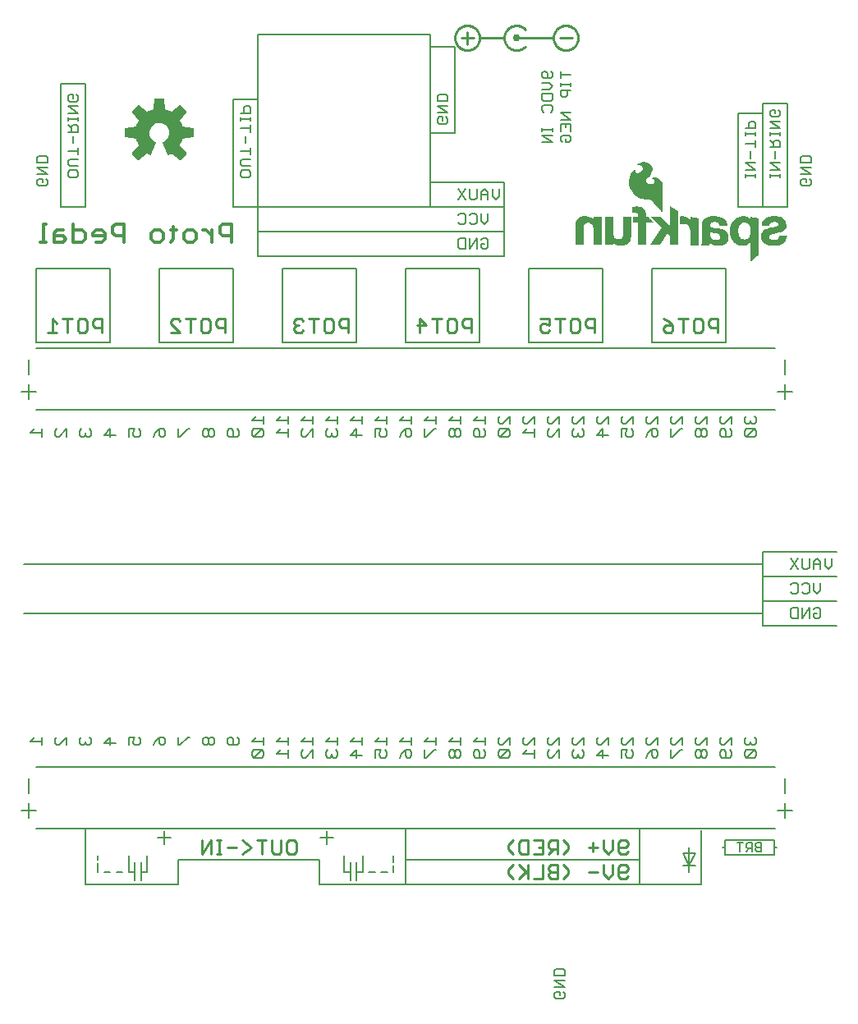
<source format=gbr>
G04 EAGLE Gerber RS-274X export*
G75*
%MOMM*%
%FSLAX34Y34*%
%LPD*%
%INSilkscreen Bottom*%
%IPPOS*%
%AMOC8*
5,1,8,0,0,1.08239X$1,22.5*%
G01*
%ADD10C,0.254000*%
%ADD11C,0.203200*%
%ADD12C,0.762000*%
%ADD13C,0.330200*%
%ADD14C,0.152400*%

G36*
X174033Y962286D02*
X174033Y962286D01*
X174141Y962296D01*
X174154Y962302D01*
X174168Y962304D01*
X174265Y962352D01*
X174364Y962397D01*
X174377Y962408D01*
X174386Y962412D01*
X174401Y962428D01*
X174478Y962490D01*
X180510Y968522D01*
X180560Y968593D01*
X180565Y968598D01*
X180567Y968601D01*
X180573Y968610D01*
X180639Y968696D01*
X180644Y968709D01*
X180652Y968721D01*
X180683Y968824D01*
X180719Y968927D01*
X180719Y968941D01*
X180723Y968954D01*
X180719Y969062D01*
X180720Y969171D01*
X180715Y969184D01*
X180715Y969198D01*
X180677Y969300D01*
X180642Y969402D01*
X180633Y969417D01*
X180629Y969426D01*
X180615Y969443D01*
X180561Y969525D01*
X173707Y977931D01*
X174745Y979817D01*
X174753Y979839D01*
X174781Y979891D01*
X175798Y982347D01*
X175804Y982370D01*
X175826Y982425D01*
X176425Y984493D01*
X187215Y985590D01*
X187319Y985618D01*
X187425Y985643D01*
X187437Y985650D01*
X187450Y985653D01*
X187540Y985714D01*
X187633Y985771D01*
X187641Y985782D01*
X187653Y985790D01*
X187719Y985876D01*
X187788Y985960D01*
X187792Y985973D01*
X187801Y985984D01*
X187835Y986087D01*
X187874Y986188D01*
X187875Y986206D01*
X187879Y986215D01*
X187879Y986237D01*
X187888Y986335D01*
X187888Y994865D01*
X187871Y994972D01*
X187857Y995080D01*
X187851Y995092D01*
X187849Y995106D01*
X187797Y995202D01*
X187750Y995299D01*
X187740Y995309D01*
X187734Y995321D01*
X187654Y995395D01*
X187578Y995472D01*
X187566Y995478D01*
X187556Y995488D01*
X187457Y995533D01*
X187360Y995581D01*
X187342Y995585D01*
X187333Y995589D01*
X187312Y995591D01*
X187215Y995610D01*
X176425Y996707D01*
X175826Y998775D01*
X175815Y998796D01*
X175798Y998853D01*
X174781Y1001309D01*
X174768Y1001329D01*
X174745Y1001383D01*
X173707Y1003269D01*
X180561Y1011675D01*
X180615Y1011769D01*
X180672Y1011861D01*
X180675Y1011874D01*
X180682Y1011886D01*
X180703Y1011993D01*
X180728Y1012098D01*
X180726Y1012112D01*
X180729Y1012126D01*
X180714Y1012233D01*
X180704Y1012341D01*
X180698Y1012354D01*
X180696Y1012368D01*
X180648Y1012465D01*
X180603Y1012564D01*
X180592Y1012577D01*
X180588Y1012586D01*
X180572Y1012601D01*
X180510Y1012678D01*
X174478Y1018710D01*
X174390Y1018773D01*
X174304Y1018839D01*
X174291Y1018844D01*
X174279Y1018852D01*
X174176Y1018883D01*
X174073Y1018919D01*
X174059Y1018919D01*
X174046Y1018923D01*
X173938Y1018919D01*
X173829Y1018920D01*
X173816Y1018915D01*
X173802Y1018915D01*
X173700Y1018877D01*
X173598Y1018842D01*
X173583Y1018833D01*
X173574Y1018829D01*
X173557Y1018815D01*
X173475Y1018761D01*
X165069Y1011907D01*
X163183Y1012945D01*
X163161Y1012953D01*
X163109Y1012981D01*
X160653Y1013998D01*
X160630Y1014004D01*
X160575Y1014026D01*
X158507Y1014625D01*
X157410Y1025415D01*
X157382Y1025519D01*
X157357Y1025625D01*
X157350Y1025637D01*
X157347Y1025650D01*
X157286Y1025740D01*
X157229Y1025833D01*
X157218Y1025841D01*
X157210Y1025853D01*
X157124Y1025919D01*
X157040Y1025988D01*
X157027Y1025992D01*
X157016Y1026001D01*
X156913Y1026035D01*
X156812Y1026074D01*
X156794Y1026075D01*
X156785Y1026079D01*
X156763Y1026079D01*
X156665Y1026088D01*
X148135Y1026088D01*
X148028Y1026071D01*
X147920Y1026057D01*
X147908Y1026051D01*
X147894Y1026049D01*
X147798Y1025997D01*
X147701Y1025950D01*
X147691Y1025940D01*
X147679Y1025934D01*
X147605Y1025854D01*
X147528Y1025778D01*
X147522Y1025766D01*
X147512Y1025756D01*
X147467Y1025657D01*
X147419Y1025560D01*
X147415Y1025542D01*
X147411Y1025533D01*
X147409Y1025512D01*
X147390Y1025415D01*
X146293Y1014625D01*
X144225Y1014026D01*
X144204Y1014015D01*
X144147Y1013998D01*
X141691Y1012981D01*
X141671Y1012968D01*
X141617Y1012945D01*
X139731Y1011907D01*
X131325Y1018761D01*
X131231Y1018815D01*
X131139Y1018872D01*
X131126Y1018875D01*
X131114Y1018882D01*
X131007Y1018903D01*
X130902Y1018928D01*
X130888Y1018926D01*
X130874Y1018929D01*
X130767Y1018914D01*
X130659Y1018904D01*
X130646Y1018898D01*
X130633Y1018896D01*
X130535Y1018848D01*
X130436Y1018803D01*
X130423Y1018792D01*
X130414Y1018788D01*
X130399Y1018772D01*
X130322Y1018710D01*
X124290Y1012678D01*
X124227Y1012590D01*
X124161Y1012504D01*
X124156Y1012491D01*
X124148Y1012479D01*
X124117Y1012376D01*
X124081Y1012273D01*
X124081Y1012259D01*
X124077Y1012246D01*
X124081Y1012138D01*
X124080Y1012029D01*
X124085Y1012016D01*
X124085Y1012002D01*
X124123Y1011900D01*
X124158Y1011798D01*
X124167Y1011783D01*
X124171Y1011774D01*
X124185Y1011757D01*
X124239Y1011675D01*
X131093Y1003269D01*
X130055Y1001383D01*
X130047Y1001361D01*
X130019Y1001309D01*
X129002Y998853D01*
X128996Y998830D01*
X128974Y998775D01*
X128375Y996707D01*
X117585Y995610D01*
X117481Y995582D01*
X117375Y995557D01*
X117363Y995550D01*
X117350Y995547D01*
X117260Y995486D01*
X117167Y995429D01*
X117159Y995418D01*
X117147Y995410D01*
X117081Y995324D01*
X117013Y995240D01*
X117008Y995227D01*
X116999Y995216D01*
X116965Y995113D01*
X116926Y995012D01*
X116925Y994994D01*
X116921Y994985D01*
X116922Y994963D01*
X116912Y994865D01*
X116912Y986335D01*
X116929Y986228D01*
X116943Y986120D01*
X116949Y986108D01*
X116951Y986094D01*
X117003Y985998D01*
X117050Y985901D01*
X117060Y985891D01*
X117066Y985879D01*
X117146Y985805D01*
X117222Y985728D01*
X117234Y985722D01*
X117245Y985712D01*
X117343Y985667D01*
X117440Y985619D01*
X117458Y985615D01*
X117467Y985611D01*
X117488Y985609D01*
X117585Y985590D01*
X128375Y984493D01*
X128974Y982425D01*
X128985Y982404D01*
X129002Y982347D01*
X130019Y979891D01*
X130032Y979871D01*
X130055Y979817D01*
X131093Y977931D01*
X124239Y969525D01*
X124185Y969431D01*
X124128Y969339D01*
X124125Y969326D01*
X124118Y969314D01*
X124097Y969207D01*
X124072Y969102D01*
X124074Y969088D01*
X124071Y969074D01*
X124086Y968967D01*
X124096Y968859D01*
X124102Y968846D01*
X124104Y968833D01*
X124152Y968735D01*
X124197Y968636D01*
X124208Y968623D01*
X124212Y968614D01*
X124228Y968599D01*
X124290Y968522D01*
X130322Y962490D01*
X130410Y962427D01*
X130496Y962361D01*
X130509Y962356D01*
X130521Y962348D01*
X130624Y962317D01*
X130727Y962281D01*
X130741Y962281D01*
X130754Y962277D01*
X130862Y962281D01*
X130971Y962280D01*
X130984Y962285D01*
X130998Y962285D01*
X131100Y962323D01*
X131202Y962358D01*
X131217Y962367D01*
X131226Y962371D01*
X131243Y962385D01*
X131325Y962439D01*
X139725Y969288D01*
X141012Y968556D01*
X141031Y968549D01*
X141067Y968528D01*
X142876Y967689D01*
X142914Y967679D01*
X142950Y967660D01*
X143031Y967646D01*
X143111Y967624D01*
X143151Y967626D01*
X143190Y967620D01*
X143272Y967633D01*
X143355Y967638D01*
X143392Y967653D01*
X143431Y967659D01*
X143504Y967698D01*
X143581Y967729D01*
X143611Y967755D01*
X143647Y967774D01*
X143703Y967834D01*
X143766Y967888D01*
X143786Y967923D01*
X143814Y967952D01*
X143883Y968082D01*
X148906Y980208D01*
X148931Y980317D01*
X148960Y980424D01*
X148959Y980435D01*
X148962Y980446D01*
X148951Y980556D01*
X148943Y980668D01*
X148939Y980678D01*
X148938Y980689D01*
X148892Y980790D01*
X148849Y980893D01*
X148842Y980901D01*
X148837Y980911D01*
X148761Y980992D01*
X148688Y981076D01*
X148676Y981083D01*
X148670Y981089D01*
X148653Y981098D01*
X148564Y981157D01*
X146814Y982084D01*
X145322Y983276D01*
X144079Y984727D01*
X143129Y986384D01*
X142504Y988189D01*
X142228Y990079D01*
X142310Y991987D01*
X142746Y993847D01*
X143522Y995592D01*
X144611Y997162D01*
X145973Y998501D01*
X147561Y999562D01*
X149319Y1000308D01*
X151186Y1000713D01*
X153095Y1000761D01*
X154980Y1000453D01*
X156775Y999798D01*
X158415Y998819D01*
X159844Y997552D01*
X161011Y996040D01*
X161875Y994337D01*
X162406Y992502D01*
X162586Y990596D01*
X162442Y988894D01*
X162015Y987236D01*
X161315Y985673D01*
X160976Y985165D01*
X160475Y984416D01*
X160475Y984415D01*
X160364Y984249D01*
X159188Y983005D01*
X157820Y981976D01*
X156242Y981161D01*
X156150Y981092D01*
X156057Y981025D01*
X156052Y981019D01*
X156046Y981015D01*
X155981Y980920D01*
X155914Y980827D01*
X155912Y980820D01*
X155908Y980814D01*
X155877Y980703D01*
X155843Y980594D01*
X155843Y980586D01*
X155842Y980579D01*
X155847Y980465D01*
X155851Y980350D01*
X155854Y980341D01*
X155854Y980336D01*
X155860Y980321D01*
X155894Y980208D01*
X160917Y968082D01*
X160938Y968048D01*
X160951Y968011D01*
X161002Y967945D01*
X161046Y967875D01*
X161077Y967850D01*
X161101Y967818D01*
X161170Y967773D01*
X161234Y967720D01*
X161272Y967706D01*
X161305Y967684D01*
X161385Y967663D01*
X161463Y967634D01*
X161503Y967633D01*
X161541Y967623D01*
X161624Y967629D01*
X161706Y967626D01*
X161745Y967638D01*
X161785Y967641D01*
X161924Y967689D01*
X163733Y968528D01*
X163749Y968539D01*
X163788Y968556D01*
X165075Y969288D01*
X173475Y962439D01*
X173569Y962385D01*
X173661Y962328D01*
X173674Y962325D01*
X173686Y962318D01*
X173793Y962297D01*
X173898Y962272D01*
X173912Y962274D01*
X173926Y962271D01*
X174033Y962286D01*
G37*
G36*
X670764Y908780D02*
X670764Y908780D01*
X670851Y908783D01*
X670851Y908784D01*
X670852Y908784D01*
X670927Y908825D01*
X671003Y908866D01*
X671003Y908867D01*
X671004Y908867D01*
X671055Y908939D01*
X671103Y909008D01*
X671103Y909009D01*
X671104Y909016D01*
X671130Y909150D01*
X671130Y936750D01*
X671126Y936770D01*
X671127Y936797D01*
X670927Y938397D01*
X670916Y938429D01*
X670908Y938478D01*
X670408Y939878D01*
X670400Y939890D01*
X670396Y939907D01*
X669896Y941007D01*
X669878Y941031D01*
X669862Y941068D01*
X669162Y942068D01*
X669143Y942085D01*
X669132Y942104D01*
X669110Y942120D01*
X669083Y942150D01*
X668183Y942850D01*
X668172Y942855D01*
X668161Y942866D01*
X667261Y943466D01*
X667230Y943478D01*
X667191Y943503D01*
X666191Y943903D01*
X666176Y943905D01*
X666159Y943914D01*
X665159Y944214D01*
X665140Y944215D01*
X665118Y944224D01*
X664018Y944424D01*
X663989Y944423D01*
X663950Y944430D01*
X662250Y944430D01*
X662227Y944425D01*
X662196Y944426D01*
X661496Y944326D01*
X661463Y944313D01*
X661409Y944303D01*
X660919Y944107D01*
X660688Y944030D01*
X660550Y944030D01*
X660381Y943991D01*
X660248Y943881D01*
X660177Y943722D01*
X660183Y943549D01*
X660266Y943397D01*
X660408Y943297D01*
X660529Y943274D01*
X660739Y943134D01*
X660770Y943122D01*
X660858Y943081D01*
X661183Y943000D01*
X661522Y942746D01*
X661538Y942739D01*
X661554Y942724D01*
X662514Y942148D01*
X662848Y941814D01*
X663102Y941390D01*
X663270Y940888D01*
X663270Y940312D01*
X663101Y939806D01*
X662736Y939168D01*
X662289Y938631D01*
X661660Y938182D01*
X660822Y937809D01*
X659811Y937533D01*
X658311Y937627D01*
X656897Y938004D01*
X655811Y938638D01*
X655084Y939638D01*
X654636Y940713D01*
X654725Y941964D01*
X655279Y943349D01*
X656528Y944791D01*
X658219Y946481D01*
X658233Y946503D01*
X658258Y946527D01*
X659558Y948327D01*
X659564Y948342D01*
X659578Y948357D01*
X660578Y950057D01*
X660589Y950094D01*
X660621Y950168D01*
X661021Y951968D01*
X661021Y952001D01*
X661030Y952050D01*
X661030Y953750D01*
X661021Y953788D01*
X661013Y953863D01*
X660513Y955463D01*
X660493Y955497D01*
X660463Y955565D01*
X659363Y957165D01*
X659336Y957190D01*
X659302Y957235D01*
X657602Y958735D01*
X657567Y958754D01*
X657514Y958793D01*
X655214Y959893D01*
X655181Y959900D01*
X655134Y959921D01*
X652934Y960421D01*
X652896Y960421D01*
X652831Y960430D01*
X650831Y960330D01*
X650805Y960322D01*
X650768Y960321D01*
X648968Y959921D01*
X648937Y959907D01*
X648889Y959895D01*
X647389Y959195D01*
X647385Y959192D01*
X647380Y959190D01*
X646846Y958923D01*
X646180Y958590D01*
X646158Y958572D01*
X646122Y958554D01*
X645322Y957954D01*
X645307Y957936D01*
X645281Y957919D01*
X645081Y957719D01*
X645068Y957697D01*
X645048Y957681D01*
X645022Y957624D01*
X644990Y957572D01*
X644987Y957546D01*
X644977Y957522D01*
X644979Y957461D01*
X644973Y957399D01*
X644982Y957375D01*
X644983Y957349D01*
X645013Y957295D01*
X645035Y957237D01*
X645054Y957220D01*
X645066Y957197D01*
X645117Y957162D01*
X645162Y957120D01*
X645187Y957112D01*
X645208Y957097D01*
X645292Y957081D01*
X645328Y957070D01*
X645338Y957072D01*
X645350Y957070D01*
X645450Y957070D01*
X645486Y957078D01*
X645542Y957081D01*
X645928Y957178D01*
X646481Y957270D01*
X647126Y957270D01*
X647865Y957177D01*
X648704Y956898D01*
X649438Y956531D01*
X650078Y955982D01*
X650539Y955429D01*
X650802Y954990D01*
X650970Y954488D01*
X650970Y953412D01*
X650801Y952906D01*
X650429Y952256D01*
X649959Y951597D01*
X648804Y950441D01*
X648145Y949971D01*
X647470Y949585D01*
X647134Y949417D01*
X646698Y949199D01*
X645955Y948921D01*
X645323Y948830D01*
X644828Y948830D01*
X644247Y949079D01*
X643853Y949395D01*
X643602Y949896D01*
X643430Y950412D01*
X643430Y951388D01*
X643511Y951630D01*
X643513Y951651D01*
X643519Y951666D01*
X643518Y951689D01*
X643530Y951750D01*
X643530Y951950D01*
X643516Y952013D01*
X643508Y952077D01*
X643496Y952096D01*
X643491Y952119D01*
X643450Y952169D01*
X643415Y952223D01*
X643395Y952235D01*
X643381Y952252D01*
X643322Y952279D01*
X643267Y952312D01*
X643244Y952314D01*
X643222Y952323D01*
X643158Y952321D01*
X643094Y952326D01*
X643069Y952317D01*
X643049Y952317D01*
X643016Y952298D01*
X642957Y952278D01*
X641257Y951278D01*
X641229Y951251D01*
X641173Y951211D01*
X639573Y949511D01*
X639557Y949482D01*
X639525Y949448D01*
X638125Y947148D01*
X638115Y947116D01*
X638091Y947074D01*
X637091Y944174D01*
X637088Y944146D01*
X637074Y944109D01*
X636574Y940909D01*
X636577Y940876D01*
X636570Y940828D01*
X636770Y937328D01*
X636780Y937297D01*
X636783Y937251D01*
X637783Y933551D01*
X637800Y933519D01*
X637818Y933465D01*
X639818Y929865D01*
X639835Y929847D01*
X639850Y929817D01*
X641250Y928017D01*
X641262Y928007D01*
X641273Y927990D01*
X642773Y926390D01*
X642791Y926378D01*
X642808Y926356D01*
X644508Y924956D01*
X644527Y924947D01*
X644547Y924929D01*
X646447Y923729D01*
X646475Y923719D01*
X646509Y923697D01*
X648509Y922897D01*
X648521Y922895D01*
X648535Y922888D01*
X650735Y922188D01*
X650764Y922185D01*
X650803Y922173D01*
X653203Y921873D01*
X653224Y921875D01*
X653250Y921870D01*
X657003Y921870D01*
X658117Y921591D01*
X659062Y921119D01*
X660119Y920446D01*
X661081Y919580D01*
X662069Y918494D01*
X662070Y918493D01*
X662071Y918492D01*
X663265Y917198D01*
X664461Y915803D01*
X664467Y915799D01*
X664471Y915792D01*
X665670Y914493D01*
X667870Y912093D01*
X668758Y911106D01*
X669450Y910217D01*
X669456Y910211D01*
X669461Y910203D01*
X670053Y909512D01*
X670325Y909149D01*
X670409Y908981D01*
X670410Y908980D01*
X670462Y908917D01*
X670519Y908848D01*
X670520Y908847D01*
X670521Y908847D01*
X670596Y908813D01*
X670678Y908777D01*
X670679Y908776D01*
X670764Y908780D01*
G37*
G36*
X762179Y857881D02*
X762179Y857881D01*
X762251Y857883D01*
X762265Y857891D01*
X762280Y857893D01*
X762395Y857962D01*
X762403Y857966D01*
X762403Y857967D01*
X762404Y857967D01*
X763396Y858860D01*
X764388Y859653D01*
X764394Y859661D01*
X764404Y859667D01*
X765404Y860567D01*
X765410Y860575D01*
X765419Y860581D01*
X766304Y861466D01*
X767288Y862253D01*
X767294Y862261D01*
X767304Y862267D01*
X768303Y863166D01*
X769203Y863966D01*
X769203Y863967D01*
X769204Y863967D01*
X770204Y864867D01*
X770255Y864940D01*
X770303Y865008D01*
X770303Y865009D01*
X770303Y865010D01*
X770305Y865018D01*
X770330Y865150D01*
X770330Y902050D01*
X770328Y902059D01*
X770330Y902069D01*
X770308Y902143D01*
X770291Y902219D01*
X770285Y902226D01*
X770282Y902235D01*
X770230Y902293D01*
X770181Y902352D01*
X770172Y902356D01*
X770165Y902363D01*
X770033Y902421D01*
X768233Y902821D01*
X768213Y902821D01*
X768188Y902828D01*
X767210Y902926D01*
X766333Y903121D01*
X766314Y903121D01*
X766292Y903128D01*
X765412Y903226D01*
X764533Y903421D01*
X764529Y903421D01*
X764525Y903423D01*
X763525Y903623D01*
X763510Y903622D01*
X763492Y903628D01*
X762592Y903728D01*
X762521Y903719D01*
X762449Y903717D01*
X762436Y903709D01*
X762420Y903707D01*
X762360Y903668D01*
X762297Y903634D01*
X762288Y903621D01*
X762275Y903613D01*
X762239Y903551D01*
X762197Y903492D01*
X762194Y903475D01*
X762187Y903463D01*
X762184Y903424D01*
X762170Y903350D01*
X762170Y900919D01*
X762058Y901074D01*
X762047Y901083D01*
X762043Y901091D01*
X762033Y901098D01*
X762019Y901119D01*
X761119Y902019D01*
X761110Y902024D01*
X761103Y902034D01*
X760203Y902834D01*
X760176Y902848D01*
X760146Y902876D01*
X759146Y903476D01*
X759117Y903485D01*
X759080Y903507D01*
X757980Y903907D01*
X757975Y903908D01*
X757970Y903911D01*
X756770Y904311D01*
X756734Y904314D01*
X756679Y904329D01*
X755381Y904429D01*
X754182Y904529D01*
X754153Y904525D01*
X754113Y904528D01*
X751013Y904228D01*
X750981Y904217D01*
X750930Y904211D01*
X748230Y903311D01*
X748197Y903290D01*
X748136Y903264D01*
X745936Y901764D01*
X745913Y901740D01*
X745874Y901712D01*
X744074Y899812D01*
X744057Y899783D01*
X744025Y899748D01*
X742625Y897448D01*
X742615Y897418D01*
X742592Y897379D01*
X741692Y894879D01*
X741690Y894857D01*
X741678Y894830D01*
X741078Y892030D01*
X741079Y892006D01*
X741071Y891975D01*
X740871Y888975D01*
X740874Y888953D01*
X740871Y888923D01*
X741071Y886123D01*
X741078Y886100D01*
X741079Y886068D01*
X741679Y883368D01*
X741689Y883347D01*
X741694Y883317D01*
X742594Y880917D01*
X742612Y880889D01*
X742629Y880846D01*
X744029Y878646D01*
X744048Y878627D01*
X744067Y878596D01*
X745767Y876696D01*
X745798Y876674D01*
X745846Y876629D01*
X748046Y875229D01*
X748078Y875218D01*
X748121Y875192D01*
X750621Y874292D01*
X750657Y874288D01*
X750711Y874272D01*
X753611Y873972D01*
X753640Y873975D01*
X753679Y873971D01*
X754979Y874071D01*
X754994Y874075D01*
X755013Y874075D01*
X756213Y874275D01*
X756225Y874280D01*
X756242Y874281D01*
X757442Y874581D01*
X757468Y874595D01*
X757507Y874604D01*
X758607Y875104D01*
X758617Y875111D01*
X758632Y875116D01*
X759732Y875716D01*
X759746Y875729D01*
X759768Y875739D01*
X760768Y876439D01*
X760792Y876465D01*
X760834Y876497D01*
X761634Y877397D01*
X761638Y877405D01*
X761647Y877412D01*
X761770Y877566D01*
X761770Y858250D01*
X761773Y858235D01*
X761771Y858219D01*
X761793Y858151D01*
X761809Y858081D01*
X761819Y858069D01*
X761824Y858054D01*
X761874Y858003D01*
X761919Y857948D01*
X761934Y857941D01*
X761945Y857930D01*
X762012Y857906D01*
X762078Y857877D01*
X762093Y857877D01*
X762108Y857872D01*
X762179Y857881D01*
G37*
G36*
X730366Y873874D02*
X730366Y873874D01*
X730388Y873872D01*
X731388Y873972D01*
X731407Y873978D01*
X731433Y873979D01*
X733233Y874379D01*
X733248Y874386D01*
X733270Y874389D01*
X734170Y874689D01*
X734190Y874702D01*
X734220Y874710D01*
X734900Y875050D01*
X735020Y875110D01*
X735027Y875116D01*
X735039Y875120D01*
X735739Y875520D01*
X735751Y875532D01*
X735771Y875541D01*
X736471Y876041D01*
X736480Y876050D01*
X736493Y876058D01*
X737093Y876558D01*
X737116Y876588D01*
X737159Y876629D01*
X737651Y877318D01*
X738142Y877907D01*
X738158Y877938D01*
X738190Y877980D01*
X738590Y878780D01*
X738594Y878797D01*
X738606Y878817D01*
X738906Y879617D01*
X738908Y879628D01*
X738914Y879641D01*
X739214Y880641D01*
X739216Y880670D01*
X739228Y880708D01*
X739328Y881608D01*
X739328Y881612D01*
X739329Y881616D01*
X739429Y882716D01*
X739424Y882750D01*
X739427Y882801D01*
X739127Y885001D01*
X739115Y885031D01*
X739109Y885077D01*
X738509Y886777D01*
X738490Y886806D01*
X738470Y886856D01*
X737570Y888256D01*
X737542Y888283D01*
X737496Y888340D01*
X736196Y889440D01*
X736176Y889450D01*
X736156Y889470D01*
X734756Y890370D01*
X734724Y890381D01*
X734684Y890406D01*
X733084Y891006D01*
X733062Y891009D01*
X733037Y891020D01*
X731337Y891420D01*
X731326Y891420D01*
X731313Y891425D01*
X729513Y891725D01*
X729503Y891724D01*
X729492Y891728D01*
X727693Y891928D01*
X725994Y892128D01*
X724430Y892323D01*
X723167Y892712D01*
X722004Y893100D01*
X721206Y893543D01*
X720718Y894193D01*
X720630Y895069D01*
X720630Y895619D01*
X720723Y896172D01*
X720809Y896517D01*
X720990Y896880D01*
X721180Y897259D01*
X721346Y897508D01*
X721592Y897755D01*
X721841Y897921D01*
X722183Y898091D01*
X722542Y898181D01*
X722572Y898197D01*
X722620Y898210D01*
X722691Y898245D01*
X722940Y898370D01*
X723250Y898370D01*
X723280Y898377D01*
X723325Y898377D01*
X724288Y898570D01*
X725719Y898570D01*
X726281Y898476D01*
X726767Y898379D01*
X727158Y898281D01*
X727166Y898281D01*
X727175Y898277D01*
X727626Y898187D01*
X727959Y898021D01*
X728239Y897834D01*
X728259Y897826D01*
X728280Y897810D01*
X728625Y897638D01*
X729138Y897125D01*
X729510Y896380D01*
X729687Y896026D01*
X729777Y895575D01*
X729789Y895549D01*
X729797Y895509D01*
X729970Y895077D01*
X729970Y894650D01*
X729981Y894600D01*
X729983Y894549D01*
X730001Y894517D01*
X730009Y894481D01*
X730042Y894442D01*
X730066Y894397D01*
X730096Y894376D01*
X730119Y894348D01*
X730166Y894327D01*
X730208Y894297D01*
X730250Y894289D01*
X730278Y894277D01*
X730308Y894278D01*
X730350Y894270D01*
X738150Y894270D01*
X738227Y894288D01*
X738305Y894303D01*
X738311Y894307D01*
X738319Y894309D01*
X738380Y894360D01*
X738443Y894408D01*
X738447Y894415D01*
X738452Y894419D01*
X738485Y894492D01*
X738520Y894563D01*
X738520Y894571D01*
X738523Y894578D01*
X738522Y894611D01*
X738526Y894708D01*
X738326Y896008D01*
X738321Y896020D01*
X738321Y896025D01*
X738320Y896027D01*
X738319Y896042D01*
X738019Y897242D01*
X738009Y897262D01*
X738003Y897291D01*
X737603Y898291D01*
X737595Y898303D01*
X737590Y898320D01*
X737090Y899320D01*
X737077Y899336D01*
X737066Y899361D01*
X736466Y900261D01*
X736450Y900276D01*
X736436Y900300D01*
X735736Y901100D01*
X735705Y901123D01*
X735661Y901166D01*
X733861Y902366D01*
X733848Y902371D01*
X733835Y902382D01*
X732935Y902882D01*
X732927Y902884D01*
X732920Y902890D01*
X731920Y903390D01*
X731890Y903397D01*
X731850Y903417D01*
X729650Y904017D01*
X729633Y904017D01*
X729613Y904025D01*
X728413Y904225D01*
X728400Y904224D01*
X728384Y904229D01*
X727284Y904329D01*
X727283Y904329D01*
X727282Y904329D01*
X726082Y904429D01*
X726067Y904427D01*
X726050Y904430D01*
X722650Y904430D01*
X722634Y904426D01*
X722612Y904428D01*
X721612Y904328D01*
X721599Y904324D01*
X721582Y904324D01*
X719382Y903924D01*
X719379Y903923D01*
X719375Y903923D01*
X718375Y903723D01*
X718361Y903716D01*
X718341Y903714D01*
X717341Y903414D01*
X717322Y903404D01*
X717296Y903397D01*
X716396Y902997D01*
X716384Y902988D01*
X716365Y902982D01*
X715465Y902482D01*
X715449Y902467D01*
X715422Y902454D01*
X714622Y901854D01*
X714615Y901846D01*
X714603Y901839D01*
X713903Y901239D01*
X713882Y901211D01*
X713846Y901178D01*
X713246Y900378D01*
X713240Y900365D01*
X713228Y900352D01*
X712728Y899552D01*
X712715Y899515D01*
X712686Y899459D01*
X712386Y898459D01*
X712386Y898455D01*
X712383Y898450D01*
X712083Y897350D01*
X712082Y897312D01*
X712070Y897250D01*
X712070Y880388D01*
X711977Y879925D01*
X711978Y879893D01*
X711970Y879850D01*
X711970Y878588D01*
X711877Y878125D01*
X711878Y878093D01*
X711870Y878050D01*
X711870Y877697D01*
X711581Y876542D01*
X711581Y876505D01*
X711570Y876450D01*
X711570Y876212D01*
X711505Y876019D01*
X711334Y875761D01*
X711320Y875725D01*
X711289Y875670D01*
X711198Y875396D01*
X711110Y875220D01*
X711098Y875170D01*
X711077Y875122D01*
X711078Y875087D01*
X711070Y875052D01*
X711081Y875001D01*
X711083Y874949D01*
X711101Y874918D01*
X711109Y874883D01*
X711141Y874843D01*
X711166Y874797D01*
X711195Y874776D01*
X711218Y874749D01*
X711265Y874727D01*
X711308Y874697D01*
X711349Y874689D01*
X711376Y874677D01*
X711407Y874678D01*
X711450Y874670D01*
X719350Y874670D01*
X719400Y874681D01*
X719451Y874683D01*
X719483Y874701D01*
X719519Y874709D01*
X719558Y874742D01*
X719603Y874766D01*
X719624Y874796D01*
X719652Y874819D01*
X719673Y874866D01*
X719703Y874908D01*
X719711Y874950D01*
X719723Y874978D01*
X719722Y875008D01*
X719730Y875050D01*
X719730Y875099D01*
X719759Y875146D01*
X719803Y875208D01*
X719805Y875220D01*
X719810Y875228D01*
X719814Y875265D01*
X719830Y875350D01*
X719830Y875460D01*
X719863Y875525D01*
X719919Y875581D01*
X719959Y875646D01*
X720003Y875708D01*
X720005Y875720D01*
X720010Y875728D01*
X720014Y875765D01*
X720030Y875850D01*
X720030Y876099D01*
X720059Y876146D01*
X720103Y876208D01*
X720105Y876220D01*
X720110Y876228D01*
X720114Y876265D01*
X720130Y876350D01*
X720130Y876660D01*
X720190Y876780D01*
X720194Y876795D01*
X720203Y876808D01*
X720227Y876935D01*
X720581Y876581D01*
X720597Y876571D01*
X720612Y876553D01*
X721112Y876153D01*
X721133Y876143D01*
X721154Y876124D01*
X721654Y875824D01*
X721667Y875820D01*
X721680Y875810D01*
X723480Y874910D01*
X723503Y874904D01*
X723530Y874889D01*
X724730Y874489D01*
X724755Y874487D01*
X724788Y874475D01*
X725366Y874379D01*
X726046Y874184D01*
X726065Y874183D01*
X726088Y874175D01*
X726688Y874075D01*
X726692Y874075D01*
X726696Y874074D01*
X727396Y873974D01*
X727420Y873976D01*
X727450Y873970D01*
X728023Y873970D01*
X728696Y873874D01*
X728720Y873876D01*
X728750Y873870D01*
X730350Y873870D01*
X730366Y873874D01*
G37*
G36*
X668282Y874777D02*
X668282Y874777D01*
X668316Y874775D01*
X668366Y874797D01*
X668419Y874809D01*
X668444Y874830D01*
X668475Y874843D01*
X668522Y874895D01*
X668552Y874919D01*
X668559Y874935D01*
X668573Y874950D01*
X676125Y887149D01*
X678670Y884689D01*
X678670Y875150D01*
X678681Y875100D01*
X678683Y875049D01*
X678701Y875017D01*
X678709Y874981D01*
X678742Y874942D01*
X678766Y874897D01*
X678796Y874876D01*
X678819Y874848D01*
X678866Y874827D01*
X678908Y874797D01*
X678950Y874789D01*
X678978Y874777D01*
X679008Y874778D01*
X679050Y874770D01*
X686850Y874770D01*
X686900Y874781D01*
X686951Y874783D01*
X686983Y874801D01*
X687019Y874809D01*
X687058Y874842D01*
X687103Y874866D01*
X687124Y874896D01*
X687152Y874919D01*
X687173Y874966D01*
X687203Y875008D01*
X687211Y875050D01*
X687223Y875078D01*
X687222Y875108D01*
X687230Y875150D01*
X687230Y909850D01*
X687221Y909892D01*
X687221Y909934D01*
X687201Y909975D01*
X687191Y910019D01*
X687164Y910052D01*
X687145Y910090D01*
X687103Y910125D01*
X687081Y910152D01*
X687058Y910162D01*
X687034Y910183D01*
X679234Y914483D01*
X679177Y914499D01*
X679122Y914523D01*
X679094Y914522D01*
X679067Y914530D01*
X679009Y914519D01*
X678949Y914517D01*
X678924Y914503D01*
X678897Y914498D01*
X678849Y914462D01*
X678797Y914434D01*
X678781Y914411D01*
X678758Y914394D01*
X678731Y914341D01*
X678697Y914292D01*
X678691Y914261D01*
X678680Y914239D01*
X678680Y914203D01*
X678670Y914150D01*
X678670Y894188D01*
X669523Y903615D01*
X669457Y903657D01*
X669392Y903703D01*
X669383Y903704D01*
X669377Y903708D01*
X669343Y903712D01*
X669250Y903730D01*
X660050Y903730D01*
X660022Y903724D01*
X659994Y903726D01*
X659939Y903704D01*
X659881Y903691D01*
X659859Y903673D01*
X659833Y903662D01*
X659793Y903618D01*
X659748Y903581D01*
X659736Y903555D01*
X659717Y903533D01*
X659701Y903476D01*
X659677Y903422D01*
X659678Y903394D01*
X659670Y903367D01*
X659681Y903309D01*
X659683Y903249D01*
X659697Y903224D01*
X659702Y903196D01*
X659748Y903131D01*
X659766Y903097D01*
X659776Y903090D01*
X659785Y903077D01*
X670258Y892898D01*
X658534Y875361D01*
X658507Y875291D01*
X658477Y875222D01*
X658477Y875210D01*
X658473Y875199D01*
X658480Y875124D01*
X658483Y875049D01*
X658489Y875039D01*
X658490Y875027D01*
X658530Y874963D01*
X658566Y874897D01*
X658576Y874890D01*
X658582Y874880D01*
X658646Y874841D01*
X658708Y874797D01*
X658721Y874795D01*
X658730Y874789D01*
X658768Y874786D01*
X658850Y874770D01*
X668250Y874770D01*
X668282Y874777D01*
G37*
G36*
X589400Y874781D02*
X589400Y874781D01*
X589451Y874783D01*
X589483Y874801D01*
X589519Y874809D01*
X589558Y874842D01*
X589603Y874866D01*
X589624Y874896D01*
X589652Y874919D01*
X589673Y874966D01*
X589703Y875008D01*
X589711Y875050D01*
X589723Y875078D01*
X589722Y875108D01*
X589730Y875150D01*
X589730Y891039D01*
X589829Y892712D01*
X590024Y894077D01*
X590309Y895217D01*
X590763Y896125D01*
X591381Y896743D01*
X592214Y897206D01*
X593137Y897575D01*
X594351Y897669D01*
X595680Y897574D01*
X596894Y897200D01*
X597824Y896642D01*
X598648Y895910D01*
X599196Y894905D01*
X599579Y893565D01*
X599871Y891907D01*
X599970Y889940D01*
X599970Y875150D01*
X599981Y875100D01*
X599983Y875049D01*
X600001Y875017D01*
X600009Y874981D01*
X600042Y874942D01*
X600066Y874897D01*
X600096Y874876D01*
X600119Y874848D01*
X600166Y874827D01*
X600208Y874797D01*
X600250Y874789D01*
X600278Y874777D01*
X600308Y874778D01*
X600350Y874770D01*
X608150Y874770D01*
X608200Y874781D01*
X608251Y874783D01*
X608283Y874801D01*
X608319Y874809D01*
X608358Y874842D01*
X608403Y874866D01*
X608424Y874896D01*
X608452Y874919D01*
X608473Y874966D01*
X608503Y875008D01*
X608511Y875050D01*
X608523Y875078D01*
X608522Y875108D01*
X608530Y875150D01*
X608530Y899850D01*
X608529Y899855D01*
X608530Y899861D01*
X608430Y903361D01*
X608418Y903405D01*
X608417Y903451D01*
X608397Y903488D01*
X608386Y903528D01*
X608356Y903563D01*
X608334Y903603D01*
X608300Y903627D01*
X608272Y903659D01*
X608230Y903676D01*
X608192Y903703D01*
X608143Y903712D01*
X608112Y903725D01*
X608085Y903723D01*
X608050Y903730D01*
X600650Y903730D01*
X600600Y903719D01*
X600549Y903717D01*
X600517Y903699D01*
X600481Y903691D01*
X600442Y903658D01*
X600397Y903634D01*
X600376Y903604D01*
X600348Y903581D01*
X600327Y903534D01*
X600297Y903492D01*
X600289Y903450D01*
X600277Y903422D01*
X600278Y903392D01*
X600270Y903350D01*
X600270Y900482D01*
X600058Y900774D01*
X600044Y900785D01*
X600033Y900804D01*
X599133Y901804D01*
X599111Y901820D01*
X599088Y901847D01*
X598088Y902647D01*
X598071Y902655D01*
X598054Y902671D01*
X596954Y903371D01*
X596928Y903380D01*
X596896Y903401D01*
X595696Y903901D01*
X595672Y903905D01*
X595642Y903919D01*
X594442Y904219D01*
X594428Y904219D01*
X594413Y904225D01*
X593213Y904425D01*
X593199Y904424D01*
X593182Y904429D01*
X591982Y904529D01*
X591956Y904525D01*
X591923Y904529D01*
X589123Y904329D01*
X589095Y904321D01*
X589054Y904318D01*
X586754Y903718D01*
X586721Y903701D01*
X586665Y903682D01*
X584865Y902682D01*
X584837Y902656D01*
X584781Y902619D01*
X583381Y901219D01*
X583361Y901187D01*
X583322Y901143D01*
X582322Y899443D01*
X582312Y899408D01*
X582286Y899359D01*
X581686Y897359D01*
X581685Y897340D01*
X581676Y897318D01*
X581276Y895118D01*
X581277Y895095D01*
X581270Y895065D01*
X581170Y892565D01*
X581171Y892558D01*
X581170Y892550D01*
X581170Y875150D01*
X581181Y875100D01*
X581183Y875049D01*
X581201Y875017D01*
X581209Y874981D01*
X581242Y874942D01*
X581266Y874897D01*
X581296Y874876D01*
X581319Y874848D01*
X581366Y874827D01*
X581408Y874797D01*
X581450Y874789D01*
X581478Y874777D01*
X581508Y874778D01*
X581550Y874770D01*
X589350Y874770D01*
X589400Y874781D01*
G37*
G36*
X631277Y874171D02*
X631277Y874171D01*
X631305Y874179D01*
X631346Y874182D01*
X633646Y874782D01*
X633679Y874799D01*
X633735Y874818D01*
X635535Y875818D01*
X635563Y875844D01*
X635619Y875881D01*
X637019Y877281D01*
X637040Y877314D01*
X637086Y877372D01*
X637986Y879072D01*
X637992Y879096D01*
X638009Y879124D01*
X638709Y881124D01*
X638712Y881156D01*
X638727Y881199D01*
X639027Y883399D01*
X639025Y883415D01*
X639030Y883435D01*
X639130Y885935D01*
X639129Y885942D01*
X639130Y885950D01*
X639130Y903350D01*
X639119Y903400D01*
X639117Y903451D01*
X639099Y903483D01*
X639091Y903519D01*
X639058Y903558D01*
X639034Y903603D01*
X639004Y903624D01*
X638981Y903652D01*
X638934Y903673D01*
X638892Y903703D01*
X638850Y903711D01*
X638822Y903723D01*
X638792Y903722D01*
X638750Y903730D01*
X631050Y903730D01*
X631000Y903719D01*
X630949Y903717D01*
X630917Y903699D01*
X630881Y903691D01*
X630842Y903658D01*
X630797Y903634D01*
X630776Y903604D01*
X630748Y903581D01*
X630727Y903534D01*
X630697Y903492D01*
X630689Y903450D01*
X630677Y903422D01*
X630678Y903392D01*
X630670Y903350D01*
X630670Y887461D01*
X630571Y885788D01*
X630378Y884438D01*
X629998Y883296D01*
X629531Y882362D01*
X628995Y881737D01*
X628190Y881201D01*
X627184Y880926D01*
X626047Y880831D01*
X624624Y880926D01*
X623502Y881300D01*
X622480Y881858D01*
X621758Y882580D01*
X621198Y883606D01*
X620719Y884948D01*
X620430Y886583D01*
X620430Y903350D01*
X620419Y903400D01*
X620417Y903451D01*
X620399Y903483D01*
X620391Y903519D01*
X620358Y903558D01*
X620334Y903603D01*
X620304Y903624D01*
X620281Y903652D01*
X620234Y903673D01*
X620192Y903703D01*
X620150Y903711D01*
X620122Y903723D01*
X620092Y903722D01*
X620050Y903730D01*
X612250Y903730D01*
X612200Y903719D01*
X612149Y903717D01*
X612117Y903699D01*
X612081Y903691D01*
X612042Y903658D01*
X611997Y903634D01*
X611976Y903604D01*
X611948Y903581D01*
X611927Y903534D01*
X611897Y903492D01*
X611889Y903450D01*
X611877Y903422D01*
X611878Y903392D01*
X611870Y903350D01*
X611870Y878650D01*
X611871Y878645D01*
X611870Y878639D01*
X611970Y875139D01*
X611982Y875095D01*
X611983Y875049D01*
X612003Y875012D01*
X612014Y874972D01*
X612044Y874937D01*
X612066Y874897D01*
X612100Y874873D01*
X612128Y874841D01*
X612170Y874824D01*
X612208Y874797D01*
X612257Y874788D01*
X612288Y874775D01*
X612315Y874777D01*
X612350Y874770D01*
X619750Y874770D01*
X619800Y874781D01*
X619851Y874783D01*
X619883Y874801D01*
X619919Y874809D01*
X619958Y874842D01*
X620003Y874866D01*
X620024Y874896D01*
X620052Y874919D01*
X620073Y874966D01*
X620103Y875008D01*
X620111Y875050D01*
X620123Y875078D01*
X620122Y875108D01*
X620130Y875150D01*
X620130Y877881D01*
X620242Y877726D01*
X620262Y877710D01*
X620281Y877681D01*
X621281Y876681D01*
X621297Y876671D01*
X621312Y876653D01*
X622312Y875853D01*
X622329Y875845D01*
X622346Y875829D01*
X623446Y875129D01*
X623468Y875121D01*
X623493Y875104D01*
X624593Y874604D01*
X624621Y874598D01*
X624658Y874581D01*
X625858Y874281D01*
X625874Y874281D01*
X625892Y874274D01*
X627192Y874074D01*
X627204Y874075D01*
X627218Y874071D01*
X628418Y873971D01*
X628444Y873975D01*
X628477Y873971D01*
X631277Y874171D01*
G37*
G36*
X788466Y874070D02*
X788466Y874070D01*
X788486Y874076D01*
X788513Y874075D01*
X790913Y874475D01*
X790934Y874484D01*
X790965Y874488D01*
X793165Y875188D01*
X793187Y875201D01*
X793220Y875210D01*
X793861Y875530D01*
X794621Y875910D01*
X794621Y875911D01*
X795220Y876210D01*
X795243Y876229D01*
X795281Y876248D01*
X796981Y877548D01*
X797005Y877577D01*
X797052Y877619D01*
X798352Y879319D01*
X798368Y879354D01*
X798402Y879406D01*
X799302Y881606D01*
X799307Y881641D01*
X799325Y881690D01*
X799725Y884190D01*
X799720Y884270D01*
X799717Y884351D01*
X799714Y884356D01*
X799713Y884363D01*
X799672Y884432D01*
X799634Y884503D01*
X799629Y884507D01*
X799625Y884512D01*
X799558Y884557D01*
X799492Y884603D01*
X799485Y884604D01*
X799481Y884607D01*
X799450Y884611D01*
X799350Y884630D01*
X791950Y884630D01*
X791917Y884623D01*
X791883Y884624D01*
X791834Y884603D01*
X791781Y884591D01*
X791755Y884569D01*
X791724Y884556D01*
X791689Y884515D01*
X791648Y884481D01*
X791634Y884450D01*
X791612Y884424D01*
X791593Y884358D01*
X791577Y884322D01*
X791577Y884313D01*
X791576Y884309D01*
X791576Y884300D01*
X791571Y884284D01*
X791476Y883240D01*
X791116Y882338D01*
X790570Y881610D01*
X789830Y880963D01*
X789001Y880502D01*
X788058Y880219D01*
X787097Y880027D01*
X785934Y879930D01*
X785192Y879930D01*
X784338Y880120D01*
X783583Y880309D01*
X782830Y880685D01*
X782196Y881047D01*
X781682Y881647D01*
X781415Y882358D01*
X781241Y883145D01*
X781406Y883807D01*
X781741Y884393D01*
X782451Y884925D01*
X782673Y885036D01*
X782673Y885037D01*
X783408Y885404D01*
X784573Y885889D01*
X786040Y886281D01*
X787833Y886679D01*
X787837Y886681D01*
X787842Y886681D01*
X791442Y887581D01*
X791449Y887584D01*
X791457Y887585D01*
X793157Y888085D01*
X793171Y888093D01*
X793191Y888097D01*
X794691Y888697D01*
X794707Y888708D01*
X794730Y888715D01*
X796030Y889415D01*
X796054Y889436D01*
X796093Y889458D01*
X797293Y890458D01*
X797315Y890486D01*
X797354Y890522D01*
X798254Y891722D01*
X798270Y891758D01*
X798308Y891822D01*
X798808Y893222D01*
X798812Y893257D01*
X798818Y893274D01*
X798825Y893290D01*
X798825Y893296D01*
X798828Y893306D01*
X799028Y895006D01*
X799024Y895041D01*
X799028Y895095D01*
X798728Y897595D01*
X798718Y897621D01*
X798717Y897646D01*
X798712Y897656D01*
X798709Y897676D01*
X798009Y899676D01*
X797991Y899703D01*
X797945Y899790D01*
X796645Y901390D01*
X796616Y901412D01*
X796578Y901454D01*
X794978Y902654D01*
X794946Y902668D01*
X794904Y902697D01*
X793104Y903497D01*
X793082Y903502D01*
X793054Y903516D01*
X790954Y904116D01*
X790931Y904117D01*
X790901Y904127D01*
X788701Y904427D01*
X788686Y904425D01*
X788667Y904430D01*
X786367Y904530D01*
X786352Y904527D01*
X786333Y904530D01*
X784033Y904430D01*
X784017Y904425D01*
X783996Y904426D01*
X781896Y904126D01*
X781875Y904118D01*
X781846Y904116D01*
X779746Y903516D01*
X779720Y903501D01*
X779680Y903490D01*
X779119Y903210D01*
X778358Y902829D01*
X777880Y902590D01*
X777858Y902572D01*
X777822Y902554D01*
X776222Y901354D01*
X776197Y901324D01*
X776146Y901278D01*
X774946Y899678D01*
X774933Y899649D01*
X774906Y899613D01*
X774006Y897713D01*
X773999Y897678D01*
X773978Y897628D01*
X773478Y895228D01*
X773478Y895225D01*
X773477Y895222D01*
X773480Y895138D01*
X773482Y895054D01*
X773483Y895052D01*
X773483Y895049D01*
X773523Y894975D01*
X773563Y894901D01*
X773565Y894899D01*
X773566Y894897D01*
X773634Y894849D01*
X773703Y894799D01*
X773706Y894799D01*
X773708Y894797D01*
X773850Y894770D01*
X781250Y894770D01*
X781263Y894773D01*
X781277Y894771D01*
X781347Y894792D01*
X781419Y894809D01*
X781429Y894818D01*
X781442Y894822D01*
X781496Y894873D01*
X781552Y894919D01*
X781558Y894932D01*
X781568Y894941D01*
X781623Y895075D01*
X781813Y896026D01*
X782177Y896753D01*
X782631Y897389D01*
X783160Y897830D01*
X783430Y897965D01*
X783878Y898189D01*
X784733Y898379D01*
X785592Y898570D01*
X787226Y898570D01*
X787999Y898473D01*
X788671Y898377D01*
X789289Y898201D01*
X789808Y897855D01*
X790138Y897525D01*
X790391Y897017D01*
X790560Y896341D01*
X790397Y895522D01*
X789895Y894937D01*
X789065Y894383D01*
X788015Y893906D01*
X786757Y893519D01*
X785275Y893223D01*
X785268Y893219D01*
X785258Y893219D01*
X783671Y892822D01*
X781984Y892524D01*
X781964Y892516D01*
X781937Y892513D01*
X780341Y892014D01*
X778643Y891515D01*
X778629Y891507D01*
X778609Y891503D01*
X777109Y890903D01*
X777086Y890887D01*
X777051Y890874D01*
X775751Y890074D01*
X775734Y890057D01*
X775707Y890042D01*
X774507Y889042D01*
X774483Y889011D01*
X774437Y888966D01*
X773537Y887666D01*
X773523Y887630D01*
X773489Y887570D01*
X772989Y886070D01*
X772986Y886037D01*
X772972Y885992D01*
X772772Y884192D01*
X772776Y884157D01*
X772772Y884105D01*
X773072Y881605D01*
X773085Y881570D01*
X773095Y881515D01*
X773895Y879415D01*
X773917Y879382D01*
X773948Y879319D01*
X775248Y877619D01*
X775272Y877599D01*
X775300Y877564D01*
X776900Y876164D01*
X776933Y876146D01*
X776980Y876110D01*
X778980Y875110D01*
X779010Y875103D01*
X779050Y875083D01*
X781250Y874483D01*
X781266Y874483D01*
X781285Y874475D01*
X783585Y874075D01*
X783607Y874077D01*
X783634Y874070D01*
X786034Y873970D01*
X786048Y873973D01*
X786066Y873970D01*
X788466Y874070D01*
G37*
G36*
X654200Y874781D02*
X654200Y874781D01*
X654251Y874783D01*
X654283Y874801D01*
X654319Y874809D01*
X654358Y874842D01*
X654403Y874866D01*
X654424Y874896D01*
X654452Y874919D01*
X654473Y874966D01*
X654503Y875008D01*
X654511Y875050D01*
X654523Y875078D01*
X654522Y875108D01*
X654530Y875150D01*
X654530Y897770D01*
X661850Y897770D01*
X661875Y897776D01*
X661901Y897773D01*
X661959Y897795D01*
X662019Y897809D01*
X662039Y897826D01*
X662063Y897835D01*
X662105Y897880D01*
X662152Y897919D01*
X662163Y897943D01*
X662180Y897962D01*
X662198Y898021D01*
X662223Y898078D01*
X662222Y898103D01*
X662230Y898128D01*
X662219Y898189D01*
X662217Y898251D01*
X662204Y898273D01*
X662200Y898299D01*
X662152Y898370D01*
X662134Y898403D01*
X662126Y898409D01*
X662119Y898419D01*
X661419Y899119D01*
X661408Y899126D01*
X661397Y899139D01*
X660720Y899720D01*
X660139Y900397D01*
X660118Y900412D01*
X660097Y900439D01*
X659420Y901020D01*
X658839Y901697D01*
X658818Y901712D01*
X658797Y901739D01*
X658108Y902329D01*
X656819Y903619D01*
X656754Y903659D01*
X656692Y903703D01*
X656680Y903705D01*
X656672Y903710D01*
X656635Y903714D01*
X656550Y903730D01*
X654530Y903730D01*
X654530Y905550D01*
X654528Y905559D01*
X654530Y905571D01*
X654430Y907371D01*
X654420Y907405D01*
X654415Y907457D01*
X653915Y909157D01*
X653901Y909182D01*
X653890Y909220D01*
X653190Y910620D01*
X653171Y910644D01*
X653151Y910682D01*
X652151Y911982D01*
X652121Y912007D01*
X652071Y912059D01*
X650671Y913059D01*
X650647Y913069D01*
X650620Y913090D01*
X649020Y913890D01*
X648984Y913899D01*
X648975Y913902D01*
X648967Y913908D01*
X648958Y913910D01*
X648928Y913922D01*
X647028Y914322D01*
X647008Y914322D01*
X646983Y914329D01*
X644683Y914529D01*
X644668Y914527D01*
X644650Y914530D01*
X643150Y914530D01*
X643120Y914523D01*
X643075Y914523D01*
X642612Y914430D01*
X641550Y914430D01*
X641520Y914423D01*
X641475Y914423D01*
X641012Y914330D01*
X640550Y914330D01*
X640500Y914319D01*
X640449Y914317D01*
X640417Y914299D01*
X640381Y914291D01*
X640342Y914258D01*
X640297Y914234D01*
X640276Y914204D01*
X640248Y914181D01*
X640227Y914134D01*
X640197Y914092D01*
X640189Y914050D01*
X640177Y914022D01*
X640177Y914009D01*
X640177Y914008D01*
X640177Y913990D01*
X640170Y913950D01*
X640170Y908150D01*
X640172Y908140D01*
X640170Y908130D01*
X640192Y908056D01*
X640209Y907981D01*
X640216Y907973D01*
X640219Y907963D01*
X640270Y907907D01*
X640319Y907848D01*
X640329Y907843D01*
X640336Y907836D01*
X640407Y907808D01*
X640478Y907777D01*
X640488Y907777D01*
X640498Y907773D01*
X640642Y907781D01*
X640997Y907870D01*
X642750Y907870D01*
X642787Y907878D01*
X642870Y907889D01*
X643112Y907970D01*
X643423Y907970D01*
X644093Y907874D01*
X644658Y907780D01*
X645145Y907618D01*
X645462Y907300D01*
X645709Y906971D01*
X645878Y906462D01*
X645970Y905823D01*
X645970Y903730D01*
X641050Y903730D01*
X641000Y903719D01*
X640949Y903717D01*
X640917Y903699D01*
X640881Y903691D01*
X640842Y903658D01*
X640797Y903634D01*
X640776Y903604D01*
X640748Y903581D01*
X640727Y903534D01*
X640697Y903492D01*
X640689Y903450D01*
X640677Y903422D01*
X640678Y903392D01*
X640670Y903350D01*
X640670Y898150D01*
X640681Y898100D01*
X640683Y898049D01*
X640701Y898017D01*
X640709Y897981D01*
X640742Y897942D01*
X640766Y897897D01*
X640796Y897876D01*
X640819Y897848D01*
X640866Y897827D01*
X640908Y897797D01*
X640950Y897789D01*
X640978Y897777D01*
X641008Y897778D01*
X641050Y897770D01*
X645970Y897770D01*
X645970Y875150D01*
X645981Y875100D01*
X645983Y875049D01*
X646001Y875017D01*
X646009Y874981D01*
X646042Y874942D01*
X646066Y874897D01*
X646096Y874876D01*
X646119Y874848D01*
X646166Y874827D01*
X646208Y874797D01*
X646250Y874789D01*
X646278Y874777D01*
X646308Y874778D01*
X646350Y874770D01*
X654150Y874770D01*
X654200Y874781D01*
G37*
G36*
X708200Y874681D02*
X708200Y874681D01*
X708251Y874683D01*
X708283Y874701D01*
X708319Y874709D01*
X708358Y874742D01*
X708403Y874766D01*
X708424Y874796D01*
X708452Y874819D01*
X708473Y874866D01*
X708503Y874908D01*
X708511Y874950D01*
X708523Y874978D01*
X708522Y875008D01*
X708530Y875050D01*
X708530Y898650D01*
X708529Y898655D01*
X708530Y898661D01*
X708430Y902061D01*
X708429Y902065D01*
X708430Y902069D01*
X708418Y902109D01*
X708417Y902148D01*
X708398Y902184D01*
X708386Y902229D01*
X708383Y902232D01*
X708382Y902235D01*
X708351Y902269D01*
X708334Y902301D01*
X708304Y902322D01*
X708272Y902359D01*
X708268Y902361D01*
X708265Y902363D01*
X708212Y902387D01*
X708192Y902400D01*
X708171Y902405D01*
X708133Y902421D01*
X707233Y902621D01*
X707213Y902621D01*
X707188Y902628D01*
X706210Y902726D01*
X705333Y902921D01*
X704433Y903121D01*
X704414Y903121D01*
X704392Y903128D01*
X703512Y903226D01*
X702633Y903421D01*
X702629Y903421D01*
X702625Y903423D01*
X701625Y903623D01*
X701610Y903622D01*
X701592Y903628D01*
X700692Y903728D01*
X700621Y903719D01*
X700549Y903717D01*
X700536Y903709D01*
X700520Y903707D01*
X700460Y903668D01*
X700397Y903634D01*
X700388Y903621D01*
X700375Y903613D01*
X700339Y903551D01*
X700297Y903492D01*
X700294Y903475D01*
X700287Y903463D01*
X700284Y903424D01*
X700270Y903350D01*
X700270Y899648D01*
X700258Y899674D01*
X699458Y900774D01*
X699451Y900779D01*
X699451Y900780D01*
X699449Y900781D01*
X699438Y900791D01*
X699419Y900819D01*
X698419Y901819D01*
X698399Y901831D01*
X698378Y901854D01*
X697178Y902754D01*
X697160Y902762D01*
X697142Y902778D01*
X695942Y903478D01*
X695926Y903483D01*
X695909Y903495D01*
X694609Y904095D01*
X694576Y904102D01*
X694530Y904122D01*
X693130Y904422D01*
X693106Y904421D01*
X693075Y904429D01*
X691575Y904529D01*
X691564Y904528D01*
X691550Y904530D01*
X690950Y904530D01*
X690935Y904527D01*
X690920Y904529D01*
X690788Y904492D01*
X690781Y904491D01*
X690781Y904490D01*
X690780Y904490D01*
X690660Y904430D01*
X690550Y904430D01*
X690513Y904422D01*
X690430Y904411D01*
X690188Y904330D01*
X690050Y904330D01*
X690035Y904327D01*
X690020Y904329D01*
X689888Y904292D01*
X689881Y904291D01*
X689881Y904290D01*
X689880Y904290D01*
X689879Y904290D01*
X689680Y904190D01*
X689641Y904158D01*
X689597Y904134D01*
X689576Y904103D01*
X689547Y904079D01*
X689526Y904033D01*
X689497Y903992D01*
X689489Y903949D01*
X689476Y903921D01*
X689478Y903891D01*
X689470Y903850D01*
X689470Y896650D01*
X689475Y896626D01*
X689473Y896601D01*
X689495Y896542D01*
X689509Y896481D01*
X689525Y896462D01*
X689534Y896439D01*
X689580Y896396D01*
X689619Y896348D01*
X689642Y896337D01*
X689661Y896320D01*
X689720Y896302D01*
X689778Y896277D01*
X689803Y896278D01*
X689827Y896270D01*
X689914Y896282D01*
X689951Y896283D01*
X689959Y896288D01*
X689970Y896289D01*
X690212Y896370D01*
X690450Y896370D01*
X690486Y896378D01*
X690542Y896381D01*
X690897Y896470D01*
X691550Y896470D01*
X691586Y896478D01*
X691642Y896481D01*
X691997Y896570D01*
X692631Y896570D01*
X694574Y896375D01*
X696088Y895902D01*
X697402Y895057D01*
X698345Y894020D01*
X699101Y892791D01*
X699580Y891260D01*
X699872Y889606D01*
X699970Y887840D01*
X699970Y875050D01*
X699981Y875000D01*
X699983Y874949D01*
X700001Y874917D01*
X700009Y874881D01*
X700042Y874842D01*
X700066Y874797D01*
X700096Y874776D01*
X700119Y874748D01*
X700166Y874727D01*
X700208Y874697D01*
X700250Y874689D01*
X700278Y874677D01*
X700308Y874678D01*
X700350Y874670D01*
X708150Y874670D01*
X708200Y874681D01*
G37*
%LPC*%
G36*
X754048Y880722D02*
X754048Y880722D01*
X752742Y881282D01*
X751615Y882126D01*
X750778Y883149D01*
X750206Y884485D01*
X749723Y885935D01*
X749529Y887485D01*
X749431Y889150D01*
X749529Y890816D01*
X749723Y892467D01*
X750202Y893904D01*
X750875Y895249D01*
X751722Y896378D01*
X752832Y897211D01*
X754136Y897677D01*
X755849Y897867D01*
X757467Y897677D01*
X758863Y897211D01*
X759874Y896385D01*
X760725Y895249D01*
X761393Y893915D01*
X761500Y893513D01*
X761500Y893512D01*
X761601Y893132D01*
X761703Y892752D01*
X761778Y892468D01*
X762072Y890806D01*
X762169Y889150D01*
X762072Y887496D01*
X761779Y885934D01*
X761393Y884485D01*
X760729Y883158D01*
X759885Y882126D01*
X758762Y881284D01*
X757356Y880722D01*
X755749Y880533D01*
X754048Y880722D01*
G37*
%LPD*%
%LPC*%
G36*
X725488Y879930D02*
X725488Y879930D01*
X724533Y880121D01*
X723793Y880306D01*
X723139Y880680D01*
X723129Y880683D01*
X723120Y880690D01*
X722575Y880963D01*
X722134Y881404D01*
X721747Y881888D01*
X721382Y882344D01*
X721203Y882791D01*
X721195Y882803D01*
X721190Y882820D01*
X720913Y883374D01*
X720823Y883825D01*
X720630Y884788D01*
X720630Y888173D01*
X720839Y888034D01*
X720870Y888022D01*
X720958Y887981D01*
X721744Y887785D01*
X722030Y887689D01*
X722051Y887687D01*
X722075Y887677D01*
X722567Y887579D01*
X723358Y887381D01*
X723394Y887381D01*
X723450Y887370D01*
X723903Y887370D01*
X724258Y887281D01*
X724266Y887281D01*
X724275Y887277D01*
X724775Y887177D01*
X724807Y887178D01*
X724850Y887170D01*
X725212Y887170D01*
X726167Y886979D01*
X726558Y886881D01*
X726566Y886881D01*
X726575Y886877D01*
X727067Y886779D01*
X727858Y886581D01*
X728217Y886491D01*
X728580Y886310D01*
X728613Y886302D01*
X728658Y886281D01*
X729017Y886191D01*
X729359Y886021D01*
X729608Y885855D01*
X730155Y885308D01*
X730521Y884759D01*
X730691Y884417D01*
X730779Y884067D01*
X730870Y883612D01*
X730870Y882688D01*
X730779Y882233D01*
X730691Y881883D01*
X730521Y881541D01*
X730155Y880992D01*
X729908Y880746D01*
X729659Y880580D01*
X729304Y880402D01*
X729030Y880311D01*
X729010Y880299D01*
X728993Y880295D01*
X728991Y880293D01*
X728980Y880290D01*
X728617Y880109D01*
X728267Y880021D01*
X727812Y879930D01*
X725488Y879930D01*
G37*
%LPD*%
D10*
X93102Y784606D02*
X93102Y798842D01*
X85984Y798842D01*
X83611Y796469D01*
X83611Y791724D01*
X85984Y789351D01*
X93102Y789351D01*
X75293Y798842D02*
X70548Y798842D01*
X75293Y798842D02*
X77666Y796469D01*
X77666Y786979D01*
X75293Y784606D01*
X70548Y784606D01*
X68175Y786979D01*
X68175Y796469D01*
X70548Y798842D01*
X57485Y798842D02*
X57485Y784606D01*
X62230Y798842D02*
X52739Y798842D01*
X46794Y794097D02*
X42049Y798842D01*
X42049Y784606D01*
X46794Y784606D02*
X37303Y784606D01*
X220102Y784606D02*
X220102Y798842D01*
X212984Y798842D01*
X210611Y796469D01*
X210611Y791724D01*
X212984Y789351D01*
X220102Y789351D01*
X202293Y798842D02*
X197548Y798842D01*
X202293Y798842D02*
X204666Y796469D01*
X204666Y786979D01*
X202293Y784606D01*
X197548Y784606D01*
X195175Y786979D01*
X195175Y796469D01*
X197548Y798842D01*
X184485Y798842D02*
X184485Y784606D01*
X189230Y798842D02*
X179739Y798842D01*
X173794Y784606D02*
X164303Y784606D01*
X173794Y784606D02*
X164303Y794097D01*
X164303Y796469D01*
X166676Y798842D01*
X171421Y798842D01*
X173794Y796469D01*
X347102Y798842D02*
X347102Y784606D01*
X347102Y798842D02*
X339984Y798842D01*
X337611Y796469D01*
X337611Y791724D01*
X339984Y789351D01*
X347102Y789351D01*
X329293Y798842D02*
X324548Y798842D01*
X329293Y798842D02*
X331666Y796469D01*
X331666Y786979D01*
X329293Y784606D01*
X324548Y784606D01*
X322175Y786979D01*
X322175Y796469D01*
X324548Y798842D01*
X311485Y798842D02*
X311485Y784606D01*
X316230Y798842D02*
X306739Y798842D01*
X300794Y796469D02*
X298421Y798842D01*
X293676Y798842D01*
X291303Y796469D01*
X291303Y794097D01*
X293676Y791724D01*
X296049Y791724D01*
X293676Y791724D02*
X291303Y789351D01*
X291303Y786979D01*
X293676Y784606D01*
X298421Y784606D01*
X300794Y786979D01*
X474102Y784606D02*
X474102Y798842D01*
X466984Y798842D01*
X464611Y796469D01*
X464611Y791724D01*
X466984Y789351D01*
X474102Y789351D01*
X456293Y798842D02*
X451548Y798842D01*
X456293Y798842D02*
X458666Y796469D01*
X458666Y786979D01*
X456293Y784606D01*
X451548Y784606D01*
X449175Y786979D01*
X449175Y796469D01*
X451548Y798842D01*
X438485Y798842D02*
X438485Y784606D01*
X443230Y798842D02*
X433739Y798842D01*
X420676Y798842D02*
X420676Y784606D01*
X427794Y791724D02*
X420676Y798842D01*
X418303Y791724D02*
X427794Y791724D01*
X601102Y784606D02*
X601102Y798842D01*
X593984Y798842D01*
X591611Y796469D01*
X591611Y791724D01*
X593984Y789351D01*
X601102Y789351D01*
X583293Y798842D02*
X578548Y798842D01*
X583293Y798842D02*
X585666Y796469D01*
X585666Y786979D01*
X583293Y784606D01*
X578548Y784606D01*
X576175Y786979D01*
X576175Y796469D01*
X578548Y798842D01*
X565485Y798842D02*
X565485Y784606D01*
X570230Y798842D02*
X560739Y798842D01*
X554794Y798842D02*
X545303Y798842D01*
X554794Y798842D02*
X554794Y791724D01*
X550049Y794097D01*
X547676Y794097D01*
X545303Y791724D01*
X545303Y786979D01*
X547676Y784606D01*
X552421Y784606D01*
X554794Y786979D01*
X728102Y784606D02*
X728102Y798842D01*
X720984Y798842D01*
X718611Y796469D01*
X718611Y791724D01*
X720984Y789351D01*
X728102Y789351D01*
X710293Y798842D02*
X705548Y798842D01*
X710293Y798842D02*
X712666Y796469D01*
X712666Y786979D01*
X710293Y784606D01*
X705548Y784606D01*
X703175Y786979D01*
X703175Y796469D01*
X705548Y798842D01*
X692485Y798842D02*
X692485Y784606D01*
X697230Y798842D02*
X687739Y798842D01*
X677049Y796469D02*
X672303Y798842D01*
X677049Y796469D02*
X681794Y791724D01*
X681794Y786979D01*
X679421Y784606D01*
X674676Y784606D01*
X672303Y786979D01*
X672303Y789351D01*
X674676Y791724D01*
X681794Y791724D01*
D11*
X660400Y850900D02*
X736600Y850900D01*
X609600Y850900D02*
X533400Y850900D01*
X482600Y850900D02*
X406400Y850900D01*
X491266Y899925D02*
X491266Y907043D01*
X491266Y899925D02*
X487707Y896366D01*
X484148Y899925D01*
X484148Y907043D01*
X474233Y907043D02*
X472454Y905264D01*
X474233Y907043D02*
X477793Y907043D01*
X479572Y905264D01*
X479572Y898146D01*
X477793Y896366D01*
X474233Y896366D01*
X472454Y898146D01*
X462539Y907043D02*
X460760Y905264D01*
X462539Y907043D02*
X466099Y907043D01*
X467878Y905264D01*
X467878Y898146D01*
X466099Y896366D01*
X462539Y896366D01*
X460760Y898146D01*
X502960Y925325D02*
X502960Y932443D01*
X502960Y925325D02*
X499401Y921766D01*
X495842Y925325D01*
X495842Y932443D01*
X491266Y928884D02*
X491266Y921766D01*
X491266Y928884D02*
X487707Y932443D01*
X484148Y928884D01*
X484148Y921766D01*
X484148Y927105D02*
X491266Y927105D01*
X479572Y923546D02*
X479572Y932443D01*
X479572Y923546D02*
X477793Y921766D01*
X474233Y921766D01*
X472454Y923546D01*
X472454Y932443D01*
X467878Y932443D02*
X460760Y921766D01*
X467878Y921766D02*
X460760Y932443D01*
X485927Y881643D02*
X484148Y879864D01*
X485927Y881643D02*
X489486Y881643D01*
X491266Y879864D01*
X491266Y872746D01*
X489486Y870966D01*
X485927Y870966D01*
X484148Y872746D01*
X484148Y876305D01*
X487707Y876305D01*
X479572Y881643D02*
X479572Y870966D01*
X472454Y870966D02*
X479572Y881643D01*
X472454Y881643D02*
X472454Y870966D01*
X467878Y870966D02*
X467878Y881643D01*
X467878Y870966D02*
X462539Y870966D01*
X460760Y872746D01*
X460760Y879864D01*
X462539Y881643D01*
X467878Y881643D01*
X787400Y768350D02*
X25400Y768350D01*
X25400Y704850D02*
X787400Y704850D01*
X834166Y526043D02*
X834166Y518925D01*
X830607Y515366D01*
X827048Y518925D01*
X827048Y526043D01*
X817133Y526043D02*
X815354Y524264D01*
X817133Y526043D02*
X820693Y526043D01*
X822472Y524264D01*
X822472Y517146D01*
X820693Y515366D01*
X817133Y515366D01*
X815354Y517146D01*
X805439Y526043D02*
X803660Y524264D01*
X805439Y526043D02*
X808999Y526043D01*
X810778Y524264D01*
X810778Y517146D01*
X808999Y515366D01*
X805439Y515366D01*
X803660Y517146D01*
X845860Y544325D02*
X845860Y551443D01*
X845860Y544325D02*
X842301Y540766D01*
X838742Y544325D01*
X838742Y551443D01*
X834166Y547884D02*
X834166Y540766D01*
X834166Y547884D02*
X830607Y551443D01*
X827048Y547884D01*
X827048Y540766D01*
X827048Y546105D02*
X834166Y546105D01*
X822472Y542546D02*
X822472Y551443D01*
X822472Y542546D02*
X820693Y540766D01*
X817133Y540766D01*
X815354Y542546D01*
X815354Y551443D01*
X810778Y551443D02*
X803660Y540766D01*
X810778Y540766D02*
X803660Y551443D01*
X828827Y500643D02*
X827048Y498864D01*
X828827Y500643D02*
X832386Y500643D01*
X834166Y498864D01*
X834166Y491746D01*
X832386Y489966D01*
X828827Y489966D01*
X827048Y491746D01*
X827048Y495305D01*
X830607Y495305D01*
X822472Y500643D02*
X822472Y489966D01*
X815354Y489966D02*
X822472Y500643D01*
X815354Y500643D02*
X815354Y489966D01*
X810778Y489966D02*
X810778Y500643D01*
X810778Y489966D02*
X805439Y489966D01*
X803660Y491746D01*
X803660Y498864D01*
X805439Y500643D01*
X810778Y500643D01*
X774700Y558800D02*
X850900Y558800D01*
X774700Y495300D02*
X774700Y482600D01*
X774700Y495300D02*
X774700Y508000D01*
X774700Y533400D01*
X774700Y546100D01*
X774700Y558800D01*
X774700Y482600D02*
X850900Y482600D01*
X774700Y546100D02*
X12700Y546100D01*
X12700Y495300D02*
X774700Y495300D01*
X787400Y336550D02*
X25400Y336550D01*
X25400Y273050D02*
X76200Y273050D01*
X406400Y273050D01*
X647700Y273050D01*
X787400Y273050D01*
X355600Y850900D02*
X279400Y850900D01*
X228600Y850900D02*
X152400Y850900D01*
X101600Y850900D02*
X25400Y850900D01*
X25400Y774700D02*
X101600Y774700D01*
X152400Y774700D02*
X228600Y774700D01*
X279400Y774700D02*
X355600Y774700D01*
X406400Y774700D02*
X482600Y774700D01*
X533400Y774700D02*
X609600Y774700D01*
X660400Y774700D02*
X736600Y774700D01*
X736600Y850900D01*
X660400Y850900D02*
X660400Y774700D01*
X609600Y774700D02*
X609600Y850900D01*
X533400Y850900D02*
X533400Y774700D01*
X482600Y774700D02*
X482600Y850900D01*
X406400Y850900D02*
X406400Y774700D01*
X355600Y774700D02*
X355600Y850900D01*
X279400Y850900D02*
X279400Y774700D01*
X228600Y774700D02*
X228600Y850900D01*
X152400Y850900D02*
X152400Y774700D01*
X101600Y774700D02*
X101600Y850900D01*
X25400Y850900D02*
X25400Y774700D01*
D10*
X632991Y246888D02*
X635364Y249261D01*
X632991Y246888D02*
X628246Y246888D01*
X625873Y249261D01*
X625873Y258751D01*
X628246Y261124D01*
X632991Y261124D01*
X635364Y258751D01*
X635364Y256379D01*
X632991Y254006D01*
X625873Y254006D01*
X619928Y251633D02*
X619928Y261124D01*
X619928Y251633D02*
X615183Y246888D01*
X610437Y251633D01*
X610437Y261124D01*
X604492Y254006D02*
X595001Y254006D01*
X599746Y258751D02*
X599746Y249261D01*
X573620Y251633D02*
X568874Y246888D01*
X573620Y251633D02*
X573620Y256379D01*
X568874Y261124D01*
X563329Y261124D02*
X563329Y246888D01*
X563329Y261124D02*
X556211Y261124D01*
X553838Y258751D01*
X553838Y254006D01*
X556211Y251633D01*
X563329Y251633D01*
X558584Y251633D02*
X553838Y246888D01*
X547893Y261124D02*
X538402Y261124D01*
X547893Y261124D02*
X547893Y246888D01*
X538402Y246888D01*
X543148Y254006D02*
X547893Y254006D01*
X532457Y261124D02*
X532457Y246888D01*
X525339Y246888D01*
X522966Y249261D01*
X522966Y258751D01*
X525339Y261124D01*
X532457Y261124D01*
X517021Y246888D02*
X512275Y251633D01*
X512275Y256379D01*
X517021Y261124D01*
X632991Y221488D02*
X635364Y223861D01*
X632991Y221488D02*
X628246Y221488D01*
X625873Y223861D01*
X625873Y233351D01*
X628246Y235724D01*
X632991Y235724D01*
X635364Y233351D01*
X635364Y230979D01*
X632991Y228606D01*
X625873Y228606D01*
X619928Y226233D02*
X619928Y235724D01*
X619928Y226233D02*
X615183Y221488D01*
X610437Y226233D01*
X610437Y235724D01*
X604492Y228606D02*
X595001Y228606D01*
X573620Y226233D02*
X568874Y221488D01*
X573620Y226233D02*
X573620Y230979D01*
X568874Y235724D01*
X563329Y235724D02*
X563329Y221488D01*
X563329Y235724D02*
X556211Y235724D01*
X553838Y233351D01*
X553838Y230979D01*
X556211Y228606D01*
X553838Y226233D01*
X553838Y223861D01*
X556211Y221488D01*
X563329Y221488D01*
X563329Y228606D02*
X556211Y228606D01*
X547893Y235724D02*
X547893Y221488D01*
X538402Y221488D01*
X532457Y221488D02*
X532457Y235724D01*
X532457Y226233D02*
X522966Y235724D01*
X530084Y228606D02*
X522966Y221488D01*
X517021Y221488D02*
X512275Y226233D01*
X512275Y230979D01*
X517021Y235724D01*
D11*
X698500Y234950D02*
X698500Y254000D01*
X698500Y234950D02*
X698500Y228600D01*
X698500Y234950D02*
X704850Y234950D01*
X698500Y234950D02*
X692150Y234950D01*
X698500Y234950D02*
X692150Y247650D01*
X704850Y247650D02*
X698500Y234950D01*
X692150Y247650D02*
X704850Y247650D01*
X711200Y271780D02*
X711200Y215900D01*
X647700Y215900D01*
X647700Y241300D01*
X406400Y241300D01*
X406400Y215900D02*
X647700Y215900D01*
X647700Y241300D02*
X647700Y273050D01*
X406400Y241300D02*
X406400Y215900D01*
X431800Y939800D02*
X508000Y939800D01*
X431800Y939800D02*
X431800Y914400D01*
X508000Y914400D02*
X508000Y939800D01*
X557784Y1052184D02*
X556005Y1053964D01*
X557784Y1052184D02*
X557784Y1048625D01*
X556005Y1046846D01*
X548886Y1046846D01*
X547107Y1048625D01*
X547107Y1052184D01*
X548886Y1053964D01*
X550666Y1053964D01*
X552445Y1052184D01*
X552445Y1046846D01*
X554225Y1042270D02*
X547107Y1042270D01*
X554225Y1042270D02*
X557784Y1038711D01*
X554225Y1035152D01*
X547107Y1035152D01*
X547107Y1030576D02*
X557784Y1030576D01*
X557784Y1025237D01*
X556005Y1023458D01*
X548886Y1023458D01*
X547107Y1025237D01*
X547107Y1030576D01*
X547107Y1013544D02*
X548886Y1011764D01*
X547107Y1013544D02*
X547107Y1017103D01*
X548886Y1018882D01*
X556005Y1018882D01*
X557784Y1017103D01*
X557784Y1013544D01*
X556005Y1011764D01*
X557784Y995494D02*
X557784Y991935D01*
X557784Y993715D02*
X547107Y993715D01*
X547107Y995494D02*
X547107Y991935D01*
X547107Y987698D02*
X557784Y987698D01*
X557784Y980580D02*
X547107Y987698D01*
X547107Y980580D02*
X557784Y980580D01*
X566157Y1050405D02*
X576834Y1050405D01*
X566157Y1053964D02*
X566157Y1046846D01*
X576834Y1042270D02*
X576834Y1038711D01*
X576834Y1040491D02*
X566157Y1040491D01*
X566157Y1042270D02*
X566157Y1038711D01*
X566157Y1034474D02*
X576834Y1034474D01*
X566157Y1034474D02*
X566157Y1029135D01*
X567936Y1027356D01*
X571495Y1027356D01*
X573275Y1029135D01*
X573275Y1034474D01*
X576834Y1011086D02*
X566157Y1011086D01*
X576834Y1003968D01*
X566157Y1003968D01*
X566157Y999392D02*
X566157Y992274D01*
X566157Y999392D02*
X576834Y999392D01*
X576834Y992274D01*
X571495Y995833D02*
X571495Y999392D01*
X566157Y982360D02*
X567936Y980580D01*
X566157Y982360D02*
X566157Y985919D01*
X567936Y987698D01*
X575055Y987698D01*
X576834Y985919D01*
X576834Y982360D01*
X575055Y980580D01*
X571495Y980580D01*
X571495Y984139D01*
D12*
X520700Y1088390D03*
D11*
X508000Y914400D02*
X508000Y889000D01*
X508000Y863600D01*
D10*
X520700Y1075690D02*
X520393Y1075694D01*
X520086Y1075705D01*
X519780Y1075723D01*
X519474Y1075749D01*
X519169Y1075783D01*
X518865Y1075823D01*
X518562Y1075871D01*
X518260Y1075927D01*
X517960Y1075989D01*
X517661Y1076059D01*
X517364Y1076136D01*
X517068Y1076220D01*
X516775Y1076312D01*
X516485Y1076410D01*
X516197Y1076515D01*
X515911Y1076628D01*
X515628Y1076747D01*
X515348Y1076873D01*
X515071Y1077005D01*
X514798Y1077145D01*
X514528Y1077291D01*
X514262Y1077443D01*
X513999Y1077602D01*
X513740Y1077767D01*
X513486Y1077938D01*
X513235Y1078115D01*
X512989Y1078299D01*
X512747Y1078488D01*
X512511Y1078683D01*
X512278Y1078884D01*
X512051Y1079090D01*
X511829Y1079302D01*
X511612Y1079519D01*
X511400Y1079741D01*
X511194Y1079968D01*
X510993Y1080201D01*
X510798Y1080437D01*
X510609Y1080679D01*
X510425Y1080925D01*
X510248Y1081176D01*
X510077Y1081430D01*
X509912Y1081689D01*
X509753Y1081952D01*
X509601Y1082218D01*
X509455Y1082488D01*
X509315Y1082761D01*
X509183Y1083038D01*
X509057Y1083318D01*
X508938Y1083601D01*
X508825Y1083887D01*
X508720Y1084175D01*
X508622Y1084465D01*
X508530Y1084758D01*
X508446Y1085054D01*
X508369Y1085351D01*
X508299Y1085650D01*
X508237Y1085950D01*
X508181Y1086252D01*
X508133Y1086555D01*
X508093Y1086859D01*
X508059Y1087164D01*
X508033Y1087470D01*
X508015Y1087776D01*
X508004Y1088083D01*
X508000Y1088390D01*
X520700Y1075690D02*
X521001Y1075697D01*
X521301Y1075712D01*
X521601Y1075733D01*
X521901Y1075762D01*
X522199Y1075798D01*
X522497Y1075840D01*
X522793Y1075890D01*
X523089Y1075947D01*
X523383Y1076011D01*
X523675Y1076082D01*
X523965Y1076160D01*
X524254Y1076245D01*
X524540Y1076337D01*
X524824Y1076435D01*
X525106Y1076540D01*
X525385Y1076652D01*
X525662Y1076771D01*
X525935Y1076896D01*
X526206Y1077027D01*
X526473Y1077165D01*
X526737Y1077309D01*
X526997Y1077460D01*
X527254Y1077616D01*
X527507Y1077779D01*
X527756Y1077948D01*
X528001Y1078122D01*
X528242Y1078303D01*
X528478Y1078489D01*
X528710Y1078680D01*
X528937Y1078877D01*
X529160Y1079080D01*
X529377Y1079287D01*
X529590Y1079500D01*
X520700Y1101090D02*
X520393Y1101086D01*
X520086Y1101075D01*
X519780Y1101057D01*
X519474Y1101031D01*
X519169Y1100997D01*
X518865Y1100957D01*
X518562Y1100909D01*
X518260Y1100853D01*
X517960Y1100791D01*
X517661Y1100721D01*
X517364Y1100644D01*
X517068Y1100560D01*
X516775Y1100468D01*
X516485Y1100370D01*
X516197Y1100265D01*
X515911Y1100152D01*
X515628Y1100033D01*
X515348Y1099907D01*
X515071Y1099775D01*
X514798Y1099635D01*
X514528Y1099489D01*
X514262Y1099337D01*
X513999Y1099178D01*
X513740Y1099013D01*
X513486Y1098842D01*
X513235Y1098665D01*
X512989Y1098481D01*
X512747Y1098292D01*
X512511Y1098097D01*
X512278Y1097896D01*
X512051Y1097690D01*
X511829Y1097478D01*
X511612Y1097261D01*
X511400Y1097039D01*
X511194Y1096812D01*
X510993Y1096579D01*
X510798Y1096343D01*
X510609Y1096101D01*
X510425Y1095855D01*
X510248Y1095604D01*
X510077Y1095350D01*
X509912Y1095091D01*
X509753Y1094828D01*
X509601Y1094562D01*
X509455Y1094292D01*
X509315Y1094019D01*
X509183Y1093742D01*
X509057Y1093462D01*
X508938Y1093179D01*
X508825Y1092893D01*
X508720Y1092605D01*
X508622Y1092315D01*
X508530Y1092022D01*
X508446Y1091726D01*
X508369Y1091429D01*
X508299Y1091130D01*
X508237Y1090830D01*
X508181Y1090528D01*
X508133Y1090225D01*
X508093Y1089921D01*
X508059Y1089616D01*
X508033Y1089310D01*
X508015Y1089004D01*
X508004Y1088697D01*
X508000Y1088390D01*
X520700Y1101090D02*
X521001Y1101083D01*
X521301Y1101068D01*
X521601Y1101047D01*
X521901Y1101018D01*
X522199Y1100982D01*
X522497Y1100940D01*
X522793Y1100890D01*
X523089Y1100833D01*
X523383Y1100769D01*
X523675Y1100698D01*
X523965Y1100620D01*
X524254Y1100535D01*
X524540Y1100443D01*
X524824Y1100345D01*
X525106Y1100240D01*
X525385Y1100128D01*
X525662Y1100009D01*
X525935Y1099884D01*
X526206Y1099753D01*
X526473Y1099615D01*
X526737Y1099471D01*
X526997Y1099320D01*
X527254Y1099164D01*
X527507Y1099001D01*
X527756Y1098832D01*
X528001Y1098658D01*
X528242Y1098477D01*
X528478Y1098291D01*
X528710Y1098100D01*
X528937Y1097903D01*
X529160Y1097700D01*
X529377Y1097493D01*
X529590Y1097280D01*
X508000Y1088390D02*
X482600Y1088390D01*
X520700Y1088390D02*
X558800Y1088390D01*
X457200Y1088390D02*
X457204Y1088702D01*
X457215Y1089013D01*
X457234Y1089324D01*
X457261Y1089635D01*
X457296Y1089945D01*
X457337Y1090253D01*
X457387Y1090561D01*
X457444Y1090868D01*
X457509Y1091173D01*
X457581Y1091476D01*
X457660Y1091777D01*
X457747Y1092077D01*
X457841Y1092374D01*
X457942Y1092669D01*
X458051Y1092961D01*
X458167Y1093250D01*
X458290Y1093537D01*
X458419Y1093820D01*
X458556Y1094100D01*
X458700Y1094377D01*
X458850Y1094650D01*
X459007Y1094919D01*
X459170Y1095184D01*
X459340Y1095446D01*
X459517Y1095703D01*
X459699Y1095955D01*
X459888Y1096203D01*
X460083Y1096447D01*
X460283Y1096685D01*
X460490Y1096919D01*
X460702Y1097147D01*
X460920Y1097370D01*
X461143Y1097588D01*
X461371Y1097800D01*
X461605Y1098007D01*
X461843Y1098207D01*
X462087Y1098402D01*
X462335Y1098591D01*
X462587Y1098773D01*
X462844Y1098950D01*
X463106Y1099120D01*
X463371Y1099283D01*
X463640Y1099440D01*
X463913Y1099590D01*
X464190Y1099734D01*
X464470Y1099871D01*
X464753Y1100000D01*
X465040Y1100123D01*
X465329Y1100239D01*
X465621Y1100348D01*
X465916Y1100449D01*
X466213Y1100543D01*
X466513Y1100630D01*
X466814Y1100709D01*
X467117Y1100781D01*
X467422Y1100846D01*
X467729Y1100903D01*
X468037Y1100953D01*
X468345Y1100994D01*
X468655Y1101029D01*
X468966Y1101056D01*
X469277Y1101075D01*
X469588Y1101086D01*
X469900Y1101090D01*
X470212Y1101086D01*
X470523Y1101075D01*
X470834Y1101056D01*
X471145Y1101029D01*
X471455Y1100994D01*
X471763Y1100953D01*
X472071Y1100903D01*
X472378Y1100846D01*
X472683Y1100781D01*
X472986Y1100709D01*
X473287Y1100630D01*
X473587Y1100543D01*
X473884Y1100449D01*
X474179Y1100348D01*
X474471Y1100239D01*
X474760Y1100123D01*
X475047Y1100000D01*
X475330Y1099871D01*
X475610Y1099734D01*
X475887Y1099590D01*
X476160Y1099440D01*
X476429Y1099283D01*
X476694Y1099120D01*
X476956Y1098950D01*
X477213Y1098773D01*
X477465Y1098591D01*
X477713Y1098402D01*
X477957Y1098207D01*
X478195Y1098007D01*
X478429Y1097800D01*
X478657Y1097588D01*
X478880Y1097370D01*
X479098Y1097147D01*
X479310Y1096919D01*
X479517Y1096685D01*
X479717Y1096447D01*
X479912Y1096203D01*
X480101Y1095955D01*
X480283Y1095703D01*
X480460Y1095446D01*
X480630Y1095184D01*
X480793Y1094919D01*
X480950Y1094650D01*
X481100Y1094377D01*
X481244Y1094100D01*
X481381Y1093820D01*
X481510Y1093537D01*
X481633Y1093250D01*
X481749Y1092961D01*
X481858Y1092669D01*
X481959Y1092374D01*
X482053Y1092077D01*
X482140Y1091777D01*
X482219Y1091476D01*
X482291Y1091173D01*
X482356Y1090868D01*
X482413Y1090561D01*
X482463Y1090253D01*
X482504Y1089945D01*
X482539Y1089635D01*
X482566Y1089324D01*
X482585Y1089013D01*
X482596Y1088702D01*
X482600Y1088390D01*
X482596Y1088078D01*
X482585Y1087767D01*
X482566Y1087456D01*
X482539Y1087145D01*
X482504Y1086835D01*
X482463Y1086527D01*
X482413Y1086219D01*
X482356Y1085912D01*
X482291Y1085607D01*
X482219Y1085304D01*
X482140Y1085003D01*
X482053Y1084703D01*
X481959Y1084406D01*
X481858Y1084111D01*
X481749Y1083819D01*
X481633Y1083530D01*
X481510Y1083243D01*
X481381Y1082960D01*
X481244Y1082680D01*
X481100Y1082403D01*
X480950Y1082130D01*
X480793Y1081861D01*
X480630Y1081596D01*
X480460Y1081334D01*
X480283Y1081077D01*
X480101Y1080825D01*
X479912Y1080577D01*
X479717Y1080333D01*
X479517Y1080095D01*
X479310Y1079861D01*
X479098Y1079633D01*
X478880Y1079410D01*
X478657Y1079192D01*
X478429Y1078980D01*
X478195Y1078773D01*
X477957Y1078573D01*
X477713Y1078378D01*
X477465Y1078189D01*
X477213Y1078007D01*
X476956Y1077830D01*
X476694Y1077660D01*
X476429Y1077497D01*
X476160Y1077340D01*
X475887Y1077190D01*
X475610Y1077046D01*
X475330Y1076909D01*
X475047Y1076780D01*
X474760Y1076657D01*
X474471Y1076541D01*
X474179Y1076432D01*
X473884Y1076331D01*
X473587Y1076237D01*
X473287Y1076150D01*
X472986Y1076071D01*
X472683Y1075999D01*
X472378Y1075934D01*
X472071Y1075877D01*
X471763Y1075827D01*
X471455Y1075786D01*
X471145Y1075751D01*
X470834Y1075724D01*
X470523Y1075705D01*
X470212Y1075694D01*
X469900Y1075690D01*
X469588Y1075694D01*
X469277Y1075705D01*
X468966Y1075724D01*
X468655Y1075751D01*
X468345Y1075786D01*
X468037Y1075827D01*
X467729Y1075877D01*
X467422Y1075934D01*
X467117Y1075999D01*
X466814Y1076071D01*
X466513Y1076150D01*
X466213Y1076237D01*
X465916Y1076331D01*
X465621Y1076432D01*
X465329Y1076541D01*
X465040Y1076657D01*
X464753Y1076780D01*
X464470Y1076909D01*
X464190Y1077046D01*
X463913Y1077190D01*
X463640Y1077340D01*
X463371Y1077497D01*
X463106Y1077660D01*
X462844Y1077830D01*
X462587Y1078007D01*
X462335Y1078189D01*
X462087Y1078378D01*
X461843Y1078573D01*
X461605Y1078773D01*
X461371Y1078980D01*
X461143Y1079192D01*
X460920Y1079410D01*
X460702Y1079633D01*
X460490Y1079861D01*
X460283Y1080095D01*
X460083Y1080333D01*
X459888Y1080577D01*
X459699Y1080825D01*
X459517Y1081077D01*
X459340Y1081334D01*
X459170Y1081596D01*
X459007Y1081861D01*
X458850Y1082130D01*
X458700Y1082403D01*
X458556Y1082680D01*
X458419Y1082960D01*
X458290Y1083243D01*
X458167Y1083530D01*
X458051Y1083819D01*
X457942Y1084111D01*
X457841Y1084406D01*
X457747Y1084703D01*
X457660Y1085003D01*
X457581Y1085304D01*
X457509Y1085607D01*
X457444Y1085912D01*
X457387Y1086219D01*
X457337Y1086527D01*
X457296Y1086835D01*
X457261Y1087145D01*
X457234Y1087456D01*
X457215Y1087767D01*
X457204Y1088078D01*
X457200Y1088390D01*
X558800Y1088390D02*
X558804Y1088702D01*
X558815Y1089013D01*
X558834Y1089324D01*
X558861Y1089635D01*
X558896Y1089945D01*
X558937Y1090253D01*
X558987Y1090561D01*
X559044Y1090868D01*
X559109Y1091173D01*
X559181Y1091476D01*
X559260Y1091777D01*
X559347Y1092077D01*
X559441Y1092374D01*
X559542Y1092669D01*
X559651Y1092961D01*
X559767Y1093250D01*
X559890Y1093537D01*
X560019Y1093820D01*
X560156Y1094100D01*
X560300Y1094377D01*
X560450Y1094650D01*
X560607Y1094919D01*
X560770Y1095184D01*
X560940Y1095446D01*
X561117Y1095703D01*
X561299Y1095955D01*
X561488Y1096203D01*
X561683Y1096447D01*
X561883Y1096685D01*
X562090Y1096919D01*
X562302Y1097147D01*
X562520Y1097370D01*
X562743Y1097588D01*
X562971Y1097800D01*
X563205Y1098007D01*
X563443Y1098207D01*
X563687Y1098402D01*
X563935Y1098591D01*
X564187Y1098773D01*
X564444Y1098950D01*
X564706Y1099120D01*
X564971Y1099283D01*
X565240Y1099440D01*
X565513Y1099590D01*
X565790Y1099734D01*
X566070Y1099871D01*
X566353Y1100000D01*
X566640Y1100123D01*
X566929Y1100239D01*
X567221Y1100348D01*
X567516Y1100449D01*
X567813Y1100543D01*
X568113Y1100630D01*
X568414Y1100709D01*
X568717Y1100781D01*
X569022Y1100846D01*
X569329Y1100903D01*
X569637Y1100953D01*
X569945Y1100994D01*
X570255Y1101029D01*
X570566Y1101056D01*
X570877Y1101075D01*
X571188Y1101086D01*
X571500Y1101090D01*
X571812Y1101086D01*
X572123Y1101075D01*
X572434Y1101056D01*
X572745Y1101029D01*
X573055Y1100994D01*
X573363Y1100953D01*
X573671Y1100903D01*
X573978Y1100846D01*
X574283Y1100781D01*
X574586Y1100709D01*
X574887Y1100630D01*
X575187Y1100543D01*
X575484Y1100449D01*
X575779Y1100348D01*
X576071Y1100239D01*
X576360Y1100123D01*
X576647Y1100000D01*
X576930Y1099871D01*
X577210Y1099734D01*
X577487Y1099590D01*
X577760Y1099440D01*
X578029Y1099283D01*
X578294Y1099120D01*
X578556Y1098950D01*
X578813Y1098773D01*
X579065Y1098591D01*
X579313Y1098402D01*
X579557Y1098207D01*
X579795Y1098007D01*
X580029Y1097800D01*
X580257Y1097588D01*
X580480Y1097370D01*
X580698Y1097147D01*
X580910Y1096919D01*
X581117Y1096685D01*
X581317Y1096447D01*
X581512Y1096203D01*
X581701Y1095955D01*
X581883Y1095703D01*
X582060Y1095446D01*
X582230Y1095184D01*
X582393Y1094919D01*
X582550Y1094650D01*
X582700Y1094377D01*
X582844Y1094100D01*
X582981Y1093820D01*
X583110Y1093537D01*
X583233Y1093250D01*
X583349Y1092961D01*
X583458Y1092669D01*
X583559Y1092374D01*
X583653Y1092077D01*
X583740Y1091777D01*
X583819Y1091476D01*
X583891Y1091173D01*
X583956Y1090868D01*
X584013Y1090561D01*
X584063Y1090253D01*
X584104Y1089945D01*
X584139Y1089635D01*
X584166Y1089324D01*
X584185Y1089013D01*
X584196Y1088702D01*
X584200Y1088390D01*
X584196Y1088078D01*
X584185Y1087767D01*
X584166Y1087456D01*
X584139Y1087145D01*
X584104Y1086835D01*
X584063Y1086527D01*
X584013Y1086219D01*
X583956Y1085912D01*
X583891Y1085607D01*
X583819Y1085304D01*
X583740Y1085003D01*
X583653Y1084703D01*
X583559Y1084406D01*
X583458Y1084111D01*
X583349Y1083819D01*
X583233Y1083530D01*
X583110Y1083243D01*
X582981Y1082960D01*
X582844Y1082680D01*
X582700Y1082403D01*
X582550Y1082130D01*
X582393Y1081861D01*
X582230Y1081596D01*
X582060Y1081334D01*
X581883Y1081077D01*
X581701Y1080825D01*
X581512Y1080577D01*
X581317Y1080333D01*
X581117Y1080095D01*
X580910Y1079861D01*
X580698Y1079633D01*
X580480Y1079410D01*
X580257Y1079192D01*
X580029Y1078980D01*
X579795Y1078773D01*
X579557Y1078573D01*
X579313Y1078378D01*
X579065Y1078189D01*
X578813Y1078007D01*
X578556Y1077830D01*
X578294Y1077660D01*
X578029Y1077497D01*
X577760Y1077340D01*
X577487Y1077190D01*
X577210Y1077046D01*
X576930Y1076909D01*
X576647Y1076780D01*
X576360Y1076657D01*
X576071Y1076541D01*
X575779Y1076432D01*
X575484Y1076331D01*
X575187Y1076237D01*
X574887Y1076150D01*
X574586Y1076071D01*
X574283Y1075999D01*
X573978Y1075934D01*
X573671Y1075877D01*
X573363Y1075827D01*
X573055Y1075786D01*
X572745Y1075751D01*
X572434Y1075724D01*
X572123Y1075705D01*
X571812Y1075694D01*
X571500Y1075690D01*
X571188Y1075694D01*
X570877Y1075705D01*
X570566Y1075724D01*
X570255Y1075751D01*
X569945Y1075786D01*
X569637Y1075827D01*
X569329Y1075877D01*
X569022Y1075934D01*
X568717Y1075999D01*
X568414Y1076071D01*
X568113Y1076150D01*
X567813Y1076237D01*
X567516Y1076331D01*
X567221Y1076432D01*
X566929Y1076541D01*
X566640Y1076657D01*
X566353Y1076780D01*
X566070Y1076909D01*
X565790Y1077046D01*
X565513Y1077190D01*
X565240Y1077340D01*
X564971Y1077497D01*
X564706Y1077660D01*
X564444Y1077830D01*
X564187Y1078007D01*
X563935Y1078189D01*
X563687Y1078378D01*
X563443Y1078573D01*
X563205Y1078773D01*
X562971Y1078980D01*
X562743Y1079192D01*
X562520Y1079410D01*
X562302Y1079633D01*
X562090Y1079861D01*
X561883Y1080095D01*
X561683Y1080333D01*
X561488Y1080577D01*
X561299Y1080825D01*
X561117Y1081077D01*
X560940Y1081334D01*
X560770Y1081596D01*
X560607Y1081861D01*
X560450Y1082130D01*
X560300Y1082403D01*
X560156Y1082680D01*
X560019Y1082960D01*
X559890Y1083243D01*
X559767Y1083530D01*
X559651Y1083819D01*
X559542Y1084111D01*
X559441Y1084406D01*
X559347Y1084703D01*
X559260Y1085003D01*
X559181Y1085304D01*
X559109Y1085607D01*
X559044Y1085912D01*
X558987Y1086219D01*
X558937Y1086527D01*
X558896Y1086835D01*
X558861Y1087145D01*
X558834Y1087456D01*
X558815Y1087767D01*
X558804Y1088078D01*
X558800Y1088390D01*
X565150Y1088390D02*
X577850Y1088390D01*
X469900Y1094740D02*
X469900Y1082040D01*
X476250Y1088390D02*
X463550Y1088390D01*
D13*
X226949Y896509D02*
X226949Y877951D01*
X226949Y896509D02*
X217670Y896509D01*
X214577Y893416D01*
X214577Y887230D01*
X217670Y884137D01*
X226949Y884137D01*
X206835Y877951D02*
X206835Y890323D01*
X206835Y884137D02*
X200649Y890323D01*
X197556Y890323D01*
X186981Y877951D02*
X180795Y877951D01*
X177702Y881044D01*
X177702Y887230D01*
X180795Y890323D01*
X186981Y890323D01*
X190074Y887230D01*
X190074Y881044D01*
X186981Y877951D01*
X166867Y881044D02*
X166867Y893416D01*
X166867Y881044D02*
X163774Y877951D01*
X163774Y890323D02*
X169960Y890323D01*
X153458Y877951D02*
X147272Y877951D01*
X144179Y881044D01*
X144179Y887230D01*
X147272Y890323D01*
X153458Y890323D01*
X156551Y887230D01*
X156551Y881044D01*
X153458Y877951D01*
X116324Y877951D02*
X116324Y896509D01*
X107045Y896509D01*
X103952Y893416D01*
X103952Y887230D01*
X107045Y884137D01*
X116324Y884137D01*
X93117Y877951D02*
X86931Y877951D01*
X93117Y877951D02*
X96210Y881044D01*
X96210Y887230D01*
X93117Y890323D01*
X86931Y890323D01*
X83838Y887230D01*
X83838Y884137D01*
X96210Y884137D01*
X63725Y877951D02*
X63725Y896509D01*
X63725Y877951D02*
X73004Y877951D01*
X76097Y881044D01*
X76097Y887230D01*
X73004Y890323D01*
X63725Y890323D01*
X52890Y890323D02*
X46704Y890323D01*
X43611Y887230D01*
X43611Y877951D01*
X52890Y877951D01*
X55983Y881044D01*
X52890Y884137D01*
X43611Y884137D01*
X35869Y896509D02*
X32776Y896509D01*
X32776Y877951D01*
X35869Y877951D02*
X29683Y877951D01*
D11*
X254000Y1092200D02*
X431800Y1092200D01*
X254000Y1092200D02*
X254000Y1024890D01*
X431800Y990600D02*
X431800Y939800D01*
X431800Y990600D02*
X431800Y1079500D01*
X431800Y1092200D01*
X431800Y914400D02*
X254000Y914400D01*
X254000Y863600D02*
X508000Y863600D01*
X254000Y889000D02*
X254000Y914400D01*
X254000Y889000D02*
X254000Y863600D01*
X254000Y889000D02*
X508000Y889000D01*
X246643Y946406D02*
X246643Y949965D01*
X246643Y946406D02*
X244864Y944626D01*
X237746Y944626D01*
X235966Y946406D01*
X235966Y949965D01*
X237746Y951744D01*
X244864Y951744D01*
X246643Y949965D01*
X246643Y956320D02*
X237746Y956320D01*
X235966Y958099D01*
X235966Y961659D01*
X237746Y963438D01*
X246643Y963438D01*
X246643Y971573D02*
X235966Y971573D01*
X246643Y968014D02*
X246643Y975132D01*
X241305Y979708D02*
X241305Y986826D01*
X246643Y994961D02*
X235966Y994961D01*
X246643Y991402D02*
X246643Y998520D01*
X235966Y1003096D02*
X235966Y1006655D01*
X235966Y1004875D02*
X246643Y1004875D01*
X246643Y1003096D02*
X246643Y1006655D01*
X246643Y1010892D02*
X235966Y1010892D01*
X246643Y1010892D02*
X246643Y1016230D01*
X244864Y1018010D01*
X241305Y1018010D01*
X239525Y1016230D01*
X239525Y1010892D01*
X756666Y948185D02*
X756666Y944626D01*
X756666Y946406D02*
X767343Y946406D01*
X767343Y948185D02*
X767343Y944626D01*
X767343Y952422D02*
X756666Y952422D01*
X756666Y959540D02*
X767343Y952422D01*
X767343Y959540D02*
X756666Y959540D01*
X762005Y964116D02*
X762005Y971234D01*
X767343Y979369D02*
X756666Y979369D01*
X767343Y975810D02*
X767343Y982928D01*
X756666Y987504D02*
X756666Y991063D01*
X756666Y989283D02*
X767343Y989283D01*
X767343Y987504D02*
X767343Y991063D01*
X767343Y995300D02*
X756666Y995300D01*
X767343Y995300D02*
X767343Y1000638D01*
X765564Y1002418D01*
X762005Y1002418D01*
X760225Y1000638D01*
X760225Y995300D01*
X749300Y1010920D02*
X749300Y914400D01*
X774700Y914400D01*
X774700Y1010920D02*
X749300Y1010920D01*
X774700Y1010920D02*
X774700Y914400D01*
X228600Y914400D02*
X228600Y1024890D01*
X228600Y914400D02*
X254000Y914400D01*
X254000Y1024890D02*
X228600Y1024890D01*
X254000Y1024890D02*
X254000Y914400D01*
X23361Y367284D02*
X19294Y363217D01*
X31496Y363217D01*
X31496Y367284D02*
X31496Y359149D01*
X56896Y359149D02*
X56896Y367284D01*
X48761Y359149D01*
X46727Y359149D01*
X44694Y361183D01*
X44694Y365250D01*
X46727Y367284D01*
X70094Y365250D02*
X72127Y367284D01*
X70094Y365250D02*
X70094Y361183D01*
X72127Y359149D01*
X74161Y359149D01*
X76195Y361183D01*
X76195Y363217D01*
X76195Y361183D02*
X78229Y359149D01*
X80262Y359149D01*
X82296Y361183D01*
X82296Y365250D01*
X80262Y367284D01*
X95494Y361183D02*
X107696Y361183D01*
X101595Y367284D02*
X95494Y361183D01*
X101595Y359149D02*
X101595Y367284D01*
X120894Y367284D02*
X120894Y359149D01*
X120894Y367284D02*
X126995Y367284D01*
X124961Y363217D01*
X124961Y361183D01*
X126995Y359149D01*
X131062Y359149D01*
X133096Y361183D01*
X133096Y365250D01*
X131062Y367284D01*
X146294Y359149D02*
X148327Y363217D01*
X152395Y367284D01*
X156462Y367284D01*
X158496Y365250D01*
X158496Y361183D01*
X156462Y359149D01*
X154429Y359149D01*
X152395Y361183D01*
X152395Y367284D01*
X171694Y367284D02*
X171694Y359149D01*
X173727Y359149D01*
X181862Y367284D01*
X183896Y367284D01*
X197094Y365250D02*
X199127Y367284D01*
X197094Y365250D02*
X197094Y361183D01*
X199127Y359149D01*
X201161Y359149D01*
X203195Y361183D01*
X205229Y359149D01*
X207262Y359149D01*
X209296Y361183D01*
X209296Y365250D01*
X207262Y367284D01*
X205229Y367284D01*
X203195Y365250D01*
X201161Y367284D01*
X199127Y367284D01*
X203195Y365250D02*
X203195Y361183D01*
X232662Y367284D02*
X234696Y365250D01*
X234696Y361183D01*
X232662Y359149D01*
X224527Y359149D01*
X222494Y361183D01*
X222494Y365250D01*
X224527Y367284D01*
X226561Y367284D01*
X228595Y365250D01*
X228595Y359149D01*
X247894Y363217D02*
X251961Y367284D01*
X247894Y363217D02*
X260096Y363217D01*
X260096Y367284D02*
X260096Y359149D01*
X258062Y354187D02*
X249927Y354187D01*
X247894Y352153D01*
X247894Y348086D01*
X249927Y346052D01*
X258062Y346052D01*
X260096Y348086D01*
X260096Y352153D01*
X258062Y354187D01*
X249927Y346052D01*
X273294Y363217D02*
X277361Y367284D01*
X273294Y363217D02*
X285496Y363217D01*
X285496Y367284D02*
X285496Y359149D01*
X277361Y354187D02*
X273294Y350119D01*
X285496Y350119D01*
X285496Y346052D02*
X285496Y354187D01*
X298694Y363217D02*
X302761Y367284D01*
X298694Y363217D02*
X310896Y363217D01*
X310896Y367284D02*
X310896Y359149D01*
X310896Y354187D02*
X310896Y346052D01*
X310896Y354187D02*
X302761Y346052D01*
X300727Y346052D01*
X298694Y348086D01*
X298694Y352153D01*
X300727Y354187D01*
X324094Y363217D02*
X328161Y367284D01*
X324094Y363217D02*
X336296Y363217D01*
X336296Y367284D02*
X336296Y359149D01*
X326127Y354187D02*
X324094Y352153D01*
X324094Y348086D01*
X326127Y346052D01*
X328161Y346052D01*
X330195Y348086D01*
X330195Y350119D01*
X330195Y348086D02*
X332229Y346052D01*
X334262Y346052D01*
X336296Y348086D01*
X336296Y352153D01*
X334262Y354187D01*
X349494Y363217D02*
X353561Y367284D01*
X349494Y363217D02*
X361696Y363217D01*
X361696Y367284D02*
X361696Y359149D01*
X361696Y348086D02*
X349494Y348086D01*
X355595Y354187D01*
X355595Y346052D01*
X374894Y363217D02*
X378961Y367284D01*
X374894Y363217D02*
X387096Y363217D01*
X387096Y367284D02*
X387096Y359149D01*
X374894Y354187D02*
X374894Y346052D01*
X374894Y354187D02*
X380995Y354187D01*
X378961Y350119D01*
X378961Y348086D01*
X380995Y346052D01*
X385062Y346052D01*
X387096Y348086D01*
X387096Y352153D01*
X385062Y354187D01*
X400294Y363217D02*
X404361Y367284D01*
X400294Y363217D02*
X412496Y363217D01*
X412496Y367284D02*
X412496Y359149D01*
X402327Y350119D02*
X400294Y346052D01*
X402327Y350119D02*
X406395Y354187D01*
X410462Y354187D01*
X412496Y352153D01*
X412496Y348086D01*
X410462Y346052D01*
X408429Y346052D01*
X406395Y348086D01*
X406395Y354187D01*
X425694Y363217D02*
X429761Y367284D01*
X425694Y363217D02*
X437896Y363217D01*
X437896Y367284D02*
X437896Y359149D01*
X425694Y354187D02*
X425694Y346052D01*
X427727Y346052D01*
X435862Y354187D01*
X437896Y354187D01*
X451094Y363217D02*
X455161Y367284D01*
X451094Y363217D02*
X463296Y363217D01*
X463296Y367284D02*
X463296Y359149D01*
X453127Y354187D02*
X451094Y352153D01*
X451094Y348086D01*
X453127Y346052D01*
X455161Y346052D01*
X457195Y348086D01*
X459229Y346052D01*
X461262Y346052D01*
X463296Y348086D01*
X463296Y352153D01*
X461262Y354187D01*
X459229Y354187D01*
X457195Y352153D01*
X455161Y354187D01*
X453127Y354187D01*
X457195Y352153D02*
X457195Y348086D01*
X476494Y363217D02*
X480561Y367284D01*
X476494Y363217D02*
X488696Y363217D01*
X488696Y367284D02*
X488696Y359149D01*
X486662Y354187D02*
X488696Y352153D01*
X488696Y348086D01*
X486662Y346052D01*
X478527Y346052D01*
X476494Y348086D01*
X476494Y352153D01*
X478527Y354187D01*
X480561Y354187D01*
X482595Y352153D01*
X482595Y346052D01*
X514096Y359149D02*
X514096Y367284D01*
X505961Y359149D01*
X503927Y359149D01*
X501894Y361183D01*
X501894Y365250D01*
X503927Y367284D01*
X503927Y354187D02*
X512062Y354187D01*
X503927Y354187D02*
X501894Y352153D01*
X501894Y348086D01*
X503927Y346052D01*
X512062Y346052D01*
X514096Y348086D01*
X514096Y352153D01*
X512062Y354187D01*
X503927Y346052D01*
X539496Y359149D02*
X539496Y367284D01*
X531361Y359149D01*
X529327Y359149D01*
X527294Y361183D01*
X527294Y365250D01*
X529327Y367284D01*
X531361Y354187D02*
X527294Y350119D01*
X539496Y350119D01*
X539496Y346052D02*
X539496Y354187D01*
X564896Y359149D02*
X564896Y367284D01*
X556761Y359149D01*
X554727Y359149D01*
X552694Y361183D01*
X552694Y365250D01*
X554727Y367284D01*
X564896Y354187D02*
X564896Y346052D01*
X564896Y354187D02*
X556761Y346052D01*
X554727Y346052D01*
X552694Y348086D01*
X552694Y352153D01*
X554727Y354187D01*
X590296Y359149D02*
X590296Y367284D01*
X582161Y359149D01*
X580127Y359149D01*
X578094Y361183D01*
X578094Y365250D01*
X580127Y367284D01*
X580127Y354187D02*
X578094Y352153D01*
X578094Y348086D01*
X580127Y346052D01*
X582161Y346052D01*
X584195Y348086D01*
X584195Y350119D01*
X584195Y348086D02*
X586229Y346052D01*
X588262Y346052D01*
X590296Y348086D01*
X590296Y352153D01*
X588262Y354187D01*
X615696Y359149D02*
X615696Y367284D01*
X607561Y359149D01*
X605527Y359149D01*
X603494Y361183D01*
X603494Y365250D01*
X605527Y367284D01*
X603494Y348086D02*
X615696Y348086D01*
X609595Y354187D02*
X603494Y348086D01*
X609595Y346052D02*
X609595Y354187D01*
X641096Y359149D02*
X641096Y367284D01*
X632961Y359149D01*
X630927Y359149D01*
X628894Y361183D01*
X628894Y365250D01*
X630927Y367284D01*
X628894Y354187D02*
X628894Y346052D01*
X628894Y354187D02*
X634995Y354187D01*
X632961Y350119D01*
X632961Y348086D01*
X634995Y346052D01*
X639062Y346052D01*
X641096Y348086D01*
X641096Y352153D01*
X639062Y354187D01*
X666496Y359149D02*
X666496Y367284D01*
X658361Y359149D01*
X656327Y359149D01*
X654294Y361183D01*
X654294Y365250D01*
X656327Y367284D01*
X656327Y350119D02*
X654294Y346052D01*
X656327Y350119D02*
X660395Y354187D01*
X664462Y354187D01*
X666496Y352153D01*
X666496Y348086D01*
X664462Y346052D01*
X662429Y346052D01*
X660395Y348086D01*
X660395Y354187D01*
X691896Y359149D02*
X691896Y367284D01*
X683761Y359149D01*
X681727Y359149D01*
X679694Y361183D01*
X679694Y365250D01*
X681727Y367284D01*
X679694Y354187D02*
X679694Y346052D01*
X681727Y346052D01*
X689862Y354187D01*
X691896Y354187D01*
X717296Y359149D02*
X717296Y367284D01*
X709161Y359149D01*
X707127Y359149D01*
X705094Y361183D01*
X705094Y365250D01*
X707127Y367284D01*
X707127Y354187D02*
X705094Y352153D01*
X705094Y348086D01*
X707127Y346052D01*
X709161Y346052D01*
X711195Y348086D01*
X713229Y346052D01*
X715262Y346052D01*
X717296Y348086D01*
X717296Y352153D01*
X715262Y354187D01*
X713229Y354187D01*
X711195Y352153D01*
X709161Y354187D01*
X707127Y354187D01*
X711195Y352153D02*
X711195Y348086D01*
X742696Y359149D02*
X742696Y367284D01*
X734561Y359149D01*
X732527Y359149D01*
X730494Y361183D01*
X730494Y365250D01*
X732527Y367284D01*
X740662Y354187D02*
X742696Y352153D01*
X742696Y348086D01*
X740662Y346052D01*
X732527Y346052D01*
X730494Y348086D01*
X730494Y352153D01*
X732527Y354187D01*
X734561Y354187D01*
X736595Y352153D01*
X736595Y346052D01*
X755894Y365250D02*
X757927Y367284D01*
X755894Y365250D02*
X755894Y361183D01*
X757927Y359149D01*
X759961Y359149D01*
X761995Y361183D01*
X761995Y363217D01*
X761995Y361183D02*
X764029Y359149D01*
X766062Y359149D01*
X768096Y361183D01*
X768096Y365250D01*
X766062Y367284D01*
X766062Y354187D02*
X757927Y354187D01*
X755894Y352153D01*
X755894Y348086D01*
X757927Y346052D01*
X766062Y346052D01*
X768096Y348086D01*
X768096Y352153D01*
X766062Y354187D01*
X757927Y346052D01*
X23361Y685181D02*
X19294Y681114D01*
X31496Y681114D01*
X31496Y685181D02*
X31496Y677046D01*
X56896Y677046D02*
X56896Y685181D01*
X48761Y677046D01*
X46727Y677046D01*
X44694Y679080D01*
X44694Y683148D01*
X46727Y685181D01*
X70094Y683148D02*
X72127Y685181D01*
X70094Y683148D02*
X70094Y679080D01*
X72127Y677046D01*
X74161Y677046D01*
X76195Y679080D01*
X76195Y681114D01*
X76195Y679080D02*
X78229Y677046D01*
X80262Y677046D01*
X82296Y679080D01*
X82296Y683148D01*
X80262Y685181D01*
X95494Y679080D02*
X107696Y679080D01*
X101595Y685181D02*
X95494Y679080D01*
X101595Y677046D02*
X101595Y685181D01*
X120894Y685181D02*
X120894Y677046D01*
X120894Y685181D02*
X126995Y685181D01*
X124961Y681114D01*
X124961Y679080D01*
X126995Y677046D01*
X131062Y677046D01*
X133096Y679080D01*
X133096Y683148D01*
X131062Y685181D01*
X146294Y677046D02*
X148327Y681114D01*
X152395Y685181D01*
X156462Y685181D01*
X158496Y683148D01*
X158496Y679080D01*
X156462Y677046D01*
X154429Y677046D01*
X152395Y679080D01*
X152395Y685181D01*
X171694Y685181D02*
X171694Y677046D01*
X173727Y677046D01*
X181862Y685181D01*
X183896Y685181D01*
X197094Y683148D02*
X199127Y685181D01*
X197094Y683148D02*
X197094Y679080D01*
X199127Y677046D01*
X201161Y677046D01*
X203195Y679080D01*
X205229Y677046D01*
X207262Y677046D01*
X209296Y679080D01*
X209296Y683148D01*
X207262Y685181D01*
X205229Y685181D01*
X203195Y683148D01*
X201161Y685181D01*
X199127Y685181D01*
X203195Y683148D02*
X203195Y679080D01*
X232662Y685181D02*
X234696Y683148D01*
X234696Y679080D01*
X232662Y677046D01*
X224527Y677046D01*
X222494Y679080D01*
X222494Y683148D01*
X224527Y685181D01*
X226561Y685181D01*
X228595Y683148D01*
X228595Y677046D01*
X247894Y694211D02*
X251961Y698279D01*
X247894Y694211D02*
X260096Y694211D01*
X260096Y690144D02*
X260096Y698279D01*
X258062Y685181D02*
X249927Y685181D01*
X247894Y683148D01*
X247894Y679080D01*
X249927Y677046D01*
X258062Y677046D01*
X260096Y679080D01*
X260096Y683148D01*
X258062Y685181D01*
X249927Y677046D01*
X273294Y694211D02*
X277361Y698279D01*
X273294Y694211D02*
X285496Y694211D01*
X285496Y690144D02*
X285496Y698279D01*
X277361Y685181D02*
X273294Y681114D01*
X285496Y681114D01*
X285496Y685181D02*
X285496Y677046D01*
X298694Y694211D02*
X302761Y698279D01*
X298694Y694211D02*
X310896Y694211D01*
X310896Y690144D02*
X310896Y698279D01*
X310896Y685181D02*
X310896Y677046D01*
X310896Y685181D02*
X302761Y677046D01*
X300727Y677046D01*
X298694Y679080D01*
X298694Y683148D01*
X300727Y685181D01*
X324094Y694211D02*
X328161Y698279D01*
X324094Y694211D02*
X336296Y694211D01*
X336296Y690144D02*
X336296Y698279D01*
X326127Y685181D02*
X324094Y683148D01*
X324094Y679080D01*
X326127Y677046D01*
X328161Y677046D01*
X330195Y679080D01*
X330195Y681114D01*
X330195Y679080D02*
X332229Y677046D01*
X334262Y677046D01*
X336296Y679080D01*
X336296Y683148D01*
X334262Y685181D01*
X349494Y694211D02*
X353561Y698279D01*
X349494Y694211D02*
X361696Y694211D01*
X361696Y690144D02*
X361696Y698279D01*
X361696Y679080D02*
X349494Y679080D01*
X355595Y685181D01*
X355595Y677046D01*
X374894Y694211D02*
X378961Y698279D01*
X374894Y694211D02*
X387096Y694211D01*
X387096Y690144D02*
X387096Y698279D01*
X374894Y685181D02*
X374894Y677046D01*
X374894Y685181D02*
X380995Y685181D01*
X378961Y681114D01*
X378961Y679080D01*
X380995Y677046D01*
X385062Y677046D01*
X387096Y679080D01*
X387096Y683148D01*
X385062Y685181D01*
X400294Y694211D02*
X404361Y698279D01*
X400294Y694211D02*
X412496Y694211D01*
X412496Y690144D02*
X412496Y698279D01*
X402327Y681114D02*
X400294Y677046D01*
X402327Y681114D02*
X406395Y685181D01*
X410462Y685181D01*
X412496Y683148D01*
X412496Y679080D01*
X410462Y677046D01*
X408429Y677046D01*
X406395Y679080D01*
X406395Y685181D01*
X425694Y694211D02*
X429761Y698279D01*
X425694Y694211D02*
X437896Y694211D01*
X437896Y690144D02*
X437896Y698279D01*
X425694Y685181D02*
X425694Y677046D01*
X427727Y677046D01*
X435862Y685181D01*
X437896Y685181D01*
X451094Y694211D02*
X455161Y698279D01*
X451094Y694211D02*
X463296Y694211D01*
X463296Y690144D02*
X463296Y698279D01*
X453127Y685181D02*
X451094Y683148D01*
X451094Y679080D01*
X453127Y677046D01*
X455161Y677046D01*
X457195Y679080D01*
X459229Y677046D01*
X461262Y677046D01*
X463296Y679080D01*
X463296Y683148D01*
X461262Y685181D01*
X459229Y685181D01*
X457195Y683148D01*
X455161Y685181D01*
X453127Y685181D01*
X457195Y683148D02*
X457195Y679080D01*
X476494Y694211D02*
X480561Y698279D01*
X476494Y694211D02*
X488696Y694211D01*
X488696Y690144D02*
X488696Y698279D01*
X486662Y685181D02*
X488696Y683148D01*
X488696Y679080D01*
X486662Y677046D01*
X478527Y677046D01*
X476494Y679080D01*
X476494Y683148D01*
X478527Y685181D01*
X480561Y685181D01*
X482595Y683148D01*
X482595Y677046D01*
X514096Y690144D02*
X514096Y698279D01*
X505961Y690144D01*
X503927Y690144D01*
X501894Y692177D01*
X501894Y696245D01*
X503927Y698279D01*
X503927Y685181D02*
X512062Y685181D01*
X503927Y685181D02*
X501894Y683148D01*
X501894Y679080D01*
X503927Y677046D01*
X512062Y677046D01*
X514096Y679080D01*
X514096Y683148D01*
X512062Y685181D01*
X503927Y677046D01*
X539496Y690144D02*
X539496Y698279D01*
X531361Y690144D01*
X529327Y690144D01*
X527294Y692177D01*
X527294Y696245D01*
X529327Y698279D01*
X531361Y685181D02*
X527294Y681114D01*
X539496Y681114D01*
X539496Y685181D02*
X539496Y677046D01*
X564896Y690144D02*
X564896Y698279D01*
X556761Y690144D01*
X554727Y690144D01*
X552694Y692177D01*
X552694Y696245D01*
X554727Y698279D01*
X564896Y685181D02*
X564896Y677046D01*
X564896Y685181D02*
X556761Y677046D01*
X554727Y677046D01*
X552694Y679080D01*
X552694Y683148D01*
X554727Y685181D01*
X590296Y690144D02*
X590296Y698279D01*
X582161Y690144D01*
X580127Y690144D01*
X578094Y692177D01*
X578094Y696245D01*
X580127Y698279D01*
X580127Y685181D02*
X578094Y683148D01*
X578094Y679080D01*
X580127Y677046D01*
X582161Y677046D01*
X584195Y679080D01*
X584195Y681114D01*
X584195Y679080D02*
X586229Y677046D01*
X588262Y677046D01*
X590296Y679080D01*
X590296Y683148D01*
X588262Y685181D01*
X615696Y690144D02*
X615696Y698279D01*
X607561Y690144D01*
X605527Y690144D01*
X603494Y692177D01*
X603494Y696245D01*
X605527Y698279D01*
X603494Y679080D02*
X615696Y679080D01*
X609595Y685181D02*
X603494Y679080D01*
X609595Y677046D02*
X609595Y685181D01*
X641096Y690144D02*
X641096Y698279D01*
X632961Y690144D01*
X630927Y690144D01*
X628894Y692177D01*
X628894Y696245D01*
X630927Y698279D01*
X628894Y685181D02*
X628894Y677046D01*
X628894Y685181D02*
X634995Y685181D01*
X632961Y681114D01*
X632961Y679080D01*
X634995Y677046D01*
X639062Y677046D01*
X641096Y679080D01*
X641096Y683148D01*
X639062Y685181D01*
X666496Y690144D02*
X666496Y698279D01*
X658361Y690144D01*
X656327Y690144D01*
X654294Y692177D01*
X654294Y696245D01*
X656327Y698279D01*
X656327Y681114D02*
X654294Y677046D01*
X656327Y681114D02*
X660395Y685181D01*
X664462Y685181D01*
X666496Y683148D01*
X666496Y679080D01*
X664462Y677046D01*
X662429Y677046D01*
X660395Y679080D01*
X660395Y685181D01*
X691896Y690144D02*
X691896Y698279D01*
X683761Y690144D01*
X681727Y690144D01*
X679694Y692177D01*
X679694Y696245D01*
X681727Y698279D01*
X679694Y685181D02*
X679694Y677046D01*
X681727Y677046D01*
X689862Y685181D01*
X691896Y685181D01*
X717296Y690144D02*
X717296Y698279D01*
X709161Y690144D01*
X707127Y690144D01*
X705094Y692177D01*
X705094Y696245D01*
X707127Y698279D01*
X707127Y685181D02*
X705094Y683148D01*
X705094Y679080D01*
X707127Y677046D01*
X709161Y677046D01*
X711195Y679080D01*
X713229Y677046D01*
X715262Y677046D01*
X717296Y679080D01*
X717296Y683148D01*
X715262Y685181D01*
X713229Y685181D01*
X711195Y683148D01*
X709161Y685181D01*
X707127Y685181D01*
X711195Y683148D02*
X711195Y679080D01*
X742696Y690144D02*
X742696Y698279D01*
X734561Y690144D01*
X732527Y690144D01*
X730494Y692177D01*
X730494Y696245D01*
X732527Y698279D01*
X740662Y685181D02*
X742696Y683148D01*
X742696Y679080D01*
X740662Y677046D01*
X732527Y677046D01*
X730494Y679080D01*
X730494Y683148D01*
X732527Y685181D01*
X734561Y685181D01*
X736595Y683148D01*
X736595Y677046D01*
X755894Y696245D02*
X757927Y698279D01*
X755894Y696245D02*
X755894Y692177D01*
X757927Y690144D01*
X759961Y690144D01*
X761995Y692177D01*
X761995Y694211D01*
X761995Y692177D02*
X764029Y690144D01*
X766062Y690144D01*
X768096Y692177D01*
X768096Y696245D01*
X766062Y698279D01*
X766062Y685181D02*
X757927Y685181D01*
X755894Y683148D01*
X755894Y679080D01*
X757927Y677046D01*
X766062Y677046D01*
X768096Y679080D01*
X768096Y683148D01*
X766062Y685181D01*
X757927Y677046D01*
X406400Y273050D02*
X406400Y241300D01*
X406400Y215900D02*
X317500Y215900D01*
X317500Y241300D01*
X171450Y241300D01*
X171450Y215900D01*
X76200Y215900D01*
X76200Y273050D01*
X342900Y245110D02*
X342900Y228600D01*
X349250Y228600D01*
X349250Y238760D01*
X361950Y245110D02*
X361950Y228600D01*
X349250Y228600D02*
X349250Y219710D01*
X355600Y228600D02*
X361950Y228600D01*
X355600Y228600D02*
X355600Y238760D01*
X355600Y228600D02*
X355600Y219710D01*
X368300Y228600D02*
X374650Y228600D01*
X381000Y228600D02*
X387350Y228600D01*
X393700Y228600D02*
X393700Y234950D01*
X393700Y238760D02*
X393700Y245110D01*
X139700Y245110D02*
X139700Y228600D01*
X133350Y228600D01*
X133350Y238760D01*
X120650Y245110D02*
X120650Y228600D01*
X133350Y228600D02*
X133350Y219710D01*
X127000Y228600D02*
X120650Y228600D01*
X127000Y228600D02*
X127000Y238760D01*
X127000Y228600D02*
X127000Y219710D01*
X114300Y228600D02*
X107950Y228600D01*
X101600Y228600D02*
X95250Y228600D01*
X88900Y228600D02*
X88900Y237490D01*
X88900Y241300D02*
X88900Y245110D01*
X318580Y263620D02*
X331660Y263620D01*
X325120Y270160D02*
X325120Y257080D01*
D10*
X291034Y261124D02*
X286289Y261124D01*
X291034Y261124D02*
X293407Y258751D01*
X293407Y249261D01*
X291034Y246888D01*
X286289Y246888D01*
X283916Y249261D01*
X283916Y258751D01*
X286289Y261124D01*
X277971Y261124D02*
X277971Y249261D01*
X275598Y246888D01*
X270853Y246888D01*
X268480Y249261D01*
X268480Y261124D01*
X257790Y261124D02*
X257790Y246888D01*
X262535Y261124D02*
X253044Y261124D01*
X247099Y254006D02*
X237608Y261124D01*
X247099Y254006D02*
X237608Y246888D01*
X231663Y254006D02*
X222172Y254006D01*
X216227Y246888D02*
X211481Y246888D01*
X213854Y246888D02*
X213854Y261124D01*
X216227Y261124D02*
X211481Y261124D01*
X205936Y261124D02*
X205936Y246888D01*
X196445Y246888D02*
X205936Y261124D01*
X196445Y261124D02*
X196445Y246888D01*
D11*
X782066Y944626D02*
X782066Y948185D01*
X782066Y946406D02*
X792743Y946406D01*
X792743Y948185D02*
X792743Y944626D01*
X792743Y952422D02*
X782066Y952422D01*
X782066Y959540D02*
X792743Y952422D01*
X792743Y959540D02*
X782066Y959540D01*
X787405Y964116D02*
X787405Y971234D01*
X792743Y975810D02*
X782066Y975810D01*
X792743Y975810D02*
X792743Y981148D01*
X790964Y982928D01*
X787405Y982928D01*
X785625Y981148D01*
X785625Y975810D01*
X785625Y979369D02*
X782066Y982928D01*
X782066Y987504D02*
X782066Y991063D01*
X782066Y989283D02*
X792743Y989283D01*
X792743Y987504D02*
X792743Y991063D01*
X792743Y995300D02*
X782066Y995300D01*
X782066Y1002418D02*
X792743Y995300D01*
X792743Y1002418D02*
X782066Y1002418D01*
X792743Y1012332D02*
X790964Y1014112D01*
X792743Y1012332D02*
X792743Y1008773D01*
X790964Y1006994D01*
X783846Y1006994D01*
X782066Y1008773D01*
X782066Y1012332D01*
X783846Y1014112D01*
X787405Y1014112D01*
X787405Y1010553D01*
X163900Y263620D02*
X150820Y263620D01*
X157360Y270160D02*
X157360Y257080D01*
X37093Y941314D02*
X35314Y943093D01*
X37093Y941314D02*
X37093Y937755D01*
X35314Y935975D01*
X28196Y935975D01*
X26416Y937755D01*
X26416Y941314D01*
X28196Y943093D01*
X31755Y943093D01*
X31755Y939534D01*
X37093Y947669D02*
X26416Y947669D01*
X26416Y954787D02*
X37093Y947669D01*
X37093Y954787D02*
X26416Y954787D01*
X26416Y959363D02*
X37093Y959363D01*
X26416Y959363D02*
X26416Y964702D01*
X28196Y966481D01*
X35314Y966481D01*
X37093Y964702D01*
X37093Y959363D01*
X822714Y943093D02*
X824493Y941314D01*
X824493Y937755D01*
X822714Y935975D01*
X815596Y935975D01*
X813816Y937755D01*
X813816Y941314D01*
X815596Y943093D01*
X819155Y943093D01*
X819155Y939534D01*
X824493Y947669D02*
X813816Y947669D01*
X813816Y954787D02*
X824493Y947669D01*
X824493Y954787D02*
X813816Y954787D01*
X813816Y959363D02*
X824493Y959363D01*
X813816Y959363D02*
X813816Y964702D01*
X815596Y966481D01*
X822714Y966481D01*
X824493Y964702D01*
X824493Y959363D01*
X568714Y104893D02*
X570493Y103114D01*
X570493Y99555D01*
X568714Y97775D01*
X561596Y97775D01*
X559816Y99555D01*
X559816Y103114D01*
X561596Y104893D01*
X565155Y104893D01*
X565155Y101334D01*
X570493Y109469D02*
X559816Y109469D01*
X559816Y116587D02*
X570493Y109469D01*
X570493Y116587D02*
X559816Y116587D01*
X559816Y121163D02*
X570493Y121163D01*
X559816Y121163D02*
X559816Y126502D01*
X561596Y128281D01*
X568714Y128281D01*
X570493Y126502D01*
X570493Y121163D01*
X449843Y1005053D02*
X448064Y1006832D01*
X449843Y1005053D02*
X449843Y1001494D01*
X448064Y999714D01*
X440946Y999714D01*
X439166Y1001494D01*
X439166Y1005053D01*
X440946Y1006832D01*
X444505Y1006832D01*
X444505Y1003273D01*
X449843Y1011408D02*
X439166Y1011408D01*
X439166Y1018526D02*
X449843Y1011408D01*
X449843Y1018526D02*
X439166Y1018526D01*
X439166Y1023102D02*
X449843Y1023102D01*
X439166Y1023102D02*
X439166Y1028441D01*
X440946Y1030220D01*
X448064Y1030220D01*
X449843Y1028441D01*
X449843Y1023102D01*
X457200Y1079500D02*
X431800Y1079500D01*
X457200Y1079500D02*
X457200Y990600D01*
X431800Y990600D01*
X800100Y1021080D02*
X800100Y914400D01*
X800100Y1021080D02*
X774700Y1021080D01*
X774700Y914400D02*
X800100Y914400D01*
X774700Y1010920D02*
X774700Y1021080D01*
X68843Y949965D02*
X68843Y946406D01*
X67064Y944626D01*
X59946Y944626D01*
X58166Y946406D01*
X58166Y949965D01*
X59946Y951744D01*
X67064Y951744D01*
X68843Y949965D01*
X68843Y956320D02*
X59946Y956320D01*
X58166Y958099D01*
X58166Y961659D01*
X59946Y963438D01*
X68843Y963438D01*
X68843Y971573D02*
X58166Y971573D01*
X68843Y968014D02*
X68843Y975132D01*
X63505Y979708D02*
X63505Y986826D01*
X68843Y991402D02*
X58166Y991402D01*
X68843Y991402D02*
X68843Y996740D01*
X67064Y998520D01*
X63505Y998520D01*
X61725Y996740D01*
X61725Y991402D01*
X61725Y994961D02*
X58166Y998520D01*
X58166Y1003096D02*
X58166Y1006655D01*
X58166Y1004875D02*
X68843Y1004875D01*
X68843Y1003096D02*
X68843Y1006655D01*
X68843Y1010892D02*
X58166Y1010892D01*
X58166Y1018010D02*
X68843Y1010892D01*
X68843Y1018010D02*
X58166Y1018010D01*
X68843Y1027924D02*
X67064Y1029704D01*
X68843Y1027924D02*
X68843Y1024365D01*
X67064Y1022586D01*
X59946Y1022586D01*
X58166Y1024365D01*
X58166Y1027924D01*
X59946Y1029704D01*
X63505Y1029704D01*
X63505Y1026145D01*
X76200Y914400D02*
X50800Y914400D01*
X50800Y1041400D01*
X76200Y1041400D01*
X797560Y325120D02*
X797560Y309880D01*
X797560Y299720D02*
X797560Y284480D01*
X805180Y292100D02*
X789940Y292100D01*
X17780Y309880D02*
X17780Y325120D01*
X17780Y299720D02*
X17780Y284480D01*
X25400Y292100D02*
X10160Y292100D01*
X17780Y741680D02*
X17780Y756920D01*
X17780Y731520D02*
X17780Y716280D01*
X25400Y723900D02*
X10160Y723900D01*
X797560Y741680D02*
X797560Y756920D01*
X797560Y731520D02*
X797560Y716280D01*
X805180Y723900D02*
X789940Y723900D01*
X508000Y914400D02*
X431800Y914400D01*
X76200Y914400D02*
X76200Y1041400D01*
X735330Y261620D02*
X786130Y261620D01*
X786130Y254000D01*
X786130Y246380D01*
X735330Y246380D01*
X735330Y254000D01*
X735330Y261620D01*
X735330Y254000D02*
X732790Y254000D01*
X786130Y254000D02*
X788670Y254000D01*
D14*
X772668Y249682D02*
X772668Y258325D01*
X768346Y258325D01*
X766906Y256885D01*
X766906Y255444D01*
X768346Y254004D01*
X766906Y252563D01*
X766906Y251123D01*
X768346Y249682D01*
X772668Y249682D01*
X772668Y254004D02*
X768346Y254004D01*
X763313Y258325D02*
X763313Y249682D01*
X763313Y258325D02*
X758991Y258325D01*
X757551Y256885D01*
X757551Y254004D01*
X758991Y252563D01*
X763313Y252563D01*
X760432Y252563D02*
X757551Y249682D01*
X751077Y249682D02*
X751077Y258325D01*
X753958Y258325D02*
X748195Y258325D01*
D11*
X774700Y508000D02*
X850900Y508000D01*
X850900Y533400D02*
X774700Y533400D01*
M02*

</source>
